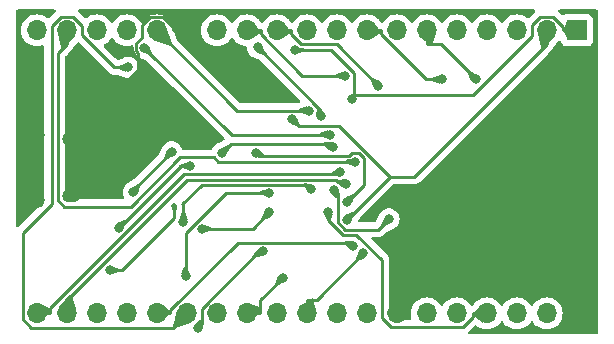
<source format=gbr>
%TF.GenerationSoftware,KiCad,Pcbnew,7.0.8*%
%TF.CreationDate,2023-12-18T21:49:31+05:30*%
%TF.ProjectId,ESP WROOM 32-Devkit V4,45535020-5752-44f4-9f4d-2033322d4465,rev?*%
%TF.SameCoordinates,Original*%
%TF.FileFunction,Copper,L2,Bot*%
%TF.FilePolarity,Positive*%
%FSLAX46Y46*%
G04 Gerber Fmt 4.6, Leading zero omitted, Abs format (unit mm)*
G04 Created by KiCad (PCBNEW 7.0.8) date 2023-12-18 21:49:31*
%MOMM*%
%LPD*%
G01*
G04 APERTURE LIST*
%TA.AperFunction,HeatsinkPad*%
%ADD10C,0.600000*%
%TD*%
%TA.AperFunction,ComponentPad*%
%ADD11O,1.700000X1.350000*%
%TD*%
%TA.AperFunction,ComponentPad*%
%ADD12O,1.500000X1.100000*%
%TD*%
%TA.AperFunction,ComponentPad*%
%ADD13R,1.700000X1.700000*%
%TD*%
%TA.AperFunction,ComponentPad*%
%ADD14O,1.700000X1.700000*%
%TD*%
%TA.AperFunction,ViaPad*%
%ADD15C,0.800000*%
%TD*%
%TA.AperFunction,ViaPad*%
%ADD16C,0.500000*%
%TD*%
%TA.AperFunction,Conductor*%
%ADD17C,0.250000*%
%TD*%
G04 APERTURE END LIST*
D10*
%TO.P,U1,39,GND*%
%TO.N,GND*%
X140602500Y-99055000D03*
X139077500Y-99055000D03*
X141365000Y-99817500D03*
X139840000Y-99817500D03*
X138315000Y-99817500D03*
X140602500Y-100580000D03*
X139077500Y-100580000D03*
X141365000Y-101342500D03*
X139840000Y-101342500D03*
X138315000Y-101342500D03*
X140602500Y-102105000D03*
X139077500Y-102105000D03*
%TD*%
D11*
%TO.P,J1,6,Shield*%
%TO.N,GND*%
X100822500Y-98600000D03*
D12*
X103822500Y-98910000D03*
X103822500Y-103750000D03*
D11*
X100822500Y-104060000D03*
%TD*%
D13*
%TO.P,J2,1,Pin_1*%
%TO.N,3V3*%
X146660000Y-89710000D03*
D14*
%TO.P,J2,2,Pin_2*%
%TO.N,EN*%
X144120000Y-89710000D03*
%TO.P,J2,3,Pin_3*%
%TO.N,VP*%
X141580000Y-89710000D03*
%TO.P,J2,4,Pin_4*%
%TO.N,VN*%
X139040000Y-89710000D03*
%TO.P,J2,5,Pin_5*%
%TO.N,IO34*%
X136500000Y-89710000D03*
%TO.P,J2,6,Pin_6*%
%TO.N,IO35*%
X133960000Y-89710000D03*
%TO.P,J2,7,Pin_7*%
%TO.N,IO32*%
X131420000Y-89710000D03*
%TO.P,J2,8,Pin_8*%
%TO.N,IO33*%
X128880000Y-89710000D03*
%TO.P,J2,9,Pin_9*%
%TO.N,IO25*%
X126340000Y-89710000D03*
%TO.P,J2,10,Pin_10*%
%TO.N,IO26*%
X123800000Y-89710000D03*
%TO.P,J2,11,Pin_11*%
%TO.N,IO27*%
X121260000Y-89710000D03*
%TO.P,J2,12,Pin_12*%
%TO.N,IO14*%
X118720000Y-89710000D03*
%TO.P,J2,13,Pin_13*%
%TO.N,IO12*%
X116180000Y-89710000D03*
%TO.P,J2,14,Pin_14*%
%TO.N,GND*%
X113640000Y-89710000D03*
%TO.P,J2,15,Pin_15*%
%TO.N,IO13*%
X111100000Y-89710000D03*
%TO.P,J2,16,Pin_16*%
%TO.N,SD2*%
X108560000Y-89710000D03*
%TO.P,J2,17,Pin_17*%
%TO.N,SD3*%
X106020000Y-89710000D03*
%TO.P,J2,18,Pin_18*%
%TO.N,CMD*%
X103480000Y-89710000D03*
%TO.P,J2,19,Pin_19*%
%TO.N,EXT_5V*%
X100940000Y-89710000D03*
%TD*%
D13*
%TO.P,J3,1,Pin_1*%
%TO.N,GND*%
X146650000Y-113680000D03*
D14*
%TO.P,J3,2,Pin_2*%
%TO.N,IO23*%
X144110000Y-113680000D03*
%TO.P,J3,3,Pin_3*%
%TO.N,IO22*%
X141570000Y-113680000D03*
%TO.P,J3,4,Pin_4*%
%TO.N,TXD0*%
X139030000Y-113680000D03*
%TO.P,J3,5,Pin_5*%
%TO.N,RXD0*%
X136490000Y-113680000D03*
%TO.P,J3,6,Pin_6*%
%TO.N,IO21*%
X133950000Y-113680000D03*
%TO.P,J3,7,Pin_7*%
%TO.N,GND*%
X131410000Y-113680000D03*
%TO.P,J3,8,Pin_8*%
%TO.N,IO19*%
X128870000Y-113680000D03*
%TO.P,J3,9,Pin_9*%
%TO.N,IO18*%
X126330000Y-113680000D03*
%TO.P,J3,10,Pin_10*%
%TO.N,IO5*%
X123790000Y-113680000D03*
%TO.P,J3,11,Pin_11*%
%TO.N,IO17*%
X121250000Y-113680000D03*
%TO.P,J3,12,Pin_12*%
%TO.N,IO16*%
X118710000Y-113680000D03*
%TO.P,J3,13,Pin_13*%
%TO.N,IO4*%
X116170000Y-113680000D03*
%TO.P,J3,14,Pin_14*%
%TO.N,IO0*%
X113630000Y-113680000D03*
%TO.P,J3,15,Pin_15*%
%TO.N,IO2*%
X111090000Y-113680000D03*
%TO.P,J3,16,Pin_16*%
%TO.N,IO15*%
X108550000Y-113680000D03*
%TO.P,J3,17,Pin_17*%
%TO.N,SD1*%
X106010000Y-113680000D03*
%TO.P,J3,18,Pin_18*%
%TO.N,SD0*%
X103470000Y-113680000D03*
%TO.P,J3,19,Pin_19*%
%TO.N,CLK*%
X100930000Y-113680000D03*
%TD*%
D15*
%TO.N,3V3*%
X113350000Y-105910000D03*
%TO.N,Net-(IC1-VBUS)*%
X114925000Y-106532000D03*
%TO.N,D+*%
X107130000Y-110010000D03*
D16*
X112594538Y-104615336D03*
D15*
%TO.N,Net-(IC1-VBUS)*%
X120604000Y-105132000D03*
%TO.N,3V3*%
X124174000Y-103145000D03*
X122764000Y-91364800D03*
X127593000Y-95504600D03*
%TO.N,IO16*%
X121759000Y-110678000D03*
%TO.N,VBUS*%
X112366000Y-100012000D03*
X109110000Y-103434000D03*
%TO.N,DTR*%
X113870000Y-101196000D03*
X107891000Y-106409000D03*
%TO.N,TXD*%
X125981000Y-99589700D03*
X116614000Y-100107000D03*
%TO.N,RXD*%
X119470000Y-100060000D03*
X127233000Y-104210000D03*
%TO.N,RTS*%
X120633000Y-103480000D03*
X113541000Y-110525000D03*
%TO.N,TXD0*%
X125610000Y-105131000D03*
%TO.N,RXD0*%
X130757000Y-105688000D03*
X126113000Y-103197000D03*
%TO.N,IO5*%
X128586000Y-108604000D03*
%TO.N,IO2*%
X127697000Y-107987000D03*
%TO.N,SD1*%
X114546000Y-114912000D03*
X120056000Y-108408000D03*
%TO.N,SD0*%
X127091000Y-102710000D03*
%TO.N,CLK*%
X126640000Y-101734000D03*
%TO.N,CMD*%
X127893000Y-100828000D03*
%TO.N,SD3*%
X110046000Y-91182300D03*
X125733000Y-98557700D03*
%TO.N,SD2*%
X119631000Y-91160200D03*
X125012000Y-96923600D03*
%TO.N,IO13*%
X123969000Y-96505300D03*
%TO.N,IO14*%
X127049000Y-93566900D03*
%TO.N,IO27*%
X129847000Y-94395900D03*
%TO.N,IO33*%
X135216000Y-93857700D03*
%TO.N,IO35*%
X138100000Y-93848000D03*
%TO.N,EN*%
X127193000Y-105752000D03*
X122583000Y-97244200D03*
%TO.N,IO0*%
X108671000Y-92853400D03*
%TO.N,GND*%
X119197000Y-93875300D03*
%TD*%
D17*
%TO.N,3V3*%
X113350000Y-104484000D02*
X113350000Y-105910000D01*
X113265000Y-104399000D02*
X113350000Y-104484000D01*
%TO.N,D+*%
X112594538Y-105585462D02*
X108170000Y-110010000D01*
X112594538Y-104615336D02*
X112594538Y-105585462D01*
X108170000Y-110010000D02*
X107130000Y-110010000D01*
%TO.N,Net-(IC1-VBUS)*%
X119204000Y-106532000D02*
X114925000Y-106532000D01*
X120604000Y-105132000D02*
X119204000Y-106532000D01*
%TO.N,3V3*%
X137857000Y-95159900D02*
X127784000Y-95159900D01*
X142850000Y-90166900D02*
X137857000Y-95159900D01*
X142850000Y-89268900D02*
X142850000Y-90166900D01*
X143571000Y-88547700D02*
X142850000Y-89268900D01*
X144630000Y-88547700D02*
X143571000Y-88547700D01*
X145503000Y-89420800D02*
X144630000Y-88547700D01*
X145503000Y-89710000D02*
X145503000Y-89420800D01*
X146660000Y-89710000D02*
X145503000Y-89710000D01*
X127784000Y-95314000D02*
X127784000Y-95159900D01*
X127593000Y-95504600D02*
X127784000Y-95314000D01*
X125850000Y-91364800D02*
X122764000Y-91364800D01*
X127784000Y-93298300D02*
X125850000Y-91364800D01*
X127784000Y-95159900D02*
X127784000Y-93298300D01*
X114890000Y-102774000D02*
X113265000Y-104399000D01*
X123803000Y-102774000D02*
X114890000Y-102774000D01*
X124174000Y-103145000D02*
X123803000Y-102774000D01*
%TO.N,IO16*%
X119867000Y-112571000D02*
X121759000Y-110678000D01*
X119867000Y-113680000D02*
X119867000Y-112571000D01*
X118710000Y-113680000D02*
X119867000Y-113680000D01*
%TO.N,VBUS*%
X109110000Y-103269000D02*
X109110000Y-103434000D01*
X112366000Y-100012000D02*
X109110000Y-103269000D01*
%TO.N,DTR*%
X113105000Y-101196000D02*
X107891000Y-106409000D01*
X113870000Y-101196000D02*
X113105000Y-101196000D01*
%TO.N,TXD*%
X125709000Y-99318100D02*
X125981000Y-99589700D01*
X117403000Y-99318100D02*
X125709000Y-99318100D01*
X116614000Y-100107000D02*
X117403000Y-99318100D01*
%TO.N,RXD*%
X128622000Y-102821000D02*
X127233000Y-104210000D01*
X128622000Y-100532000D02*
X128622000Y-102821000D01*
X128210000Y-100119000D02*
X128622000Y-100532000D01*
X127602000Y-100119000D02*
X128210000Y-100119000D01*
X127386000Y-100335000D02*
X127602000Y-100119000D01*
X119745000Y-100335000D02*
X127386000Y-100335000D01*
X119470000Y-100060000D02*
X119745000Y-100335000D01*
%TO.N,RTS*%
X113541000Y-106886000D02*
X113541000Y-110525000D01*
X116947000Y-103480000D02*
X113541000Y-106886000D01*
X120633000Y-103480000D02*
X116947000Y-103480000D01*
%TO.N,TXD0*%
X137873000Y-113680000D02*
X139030000Y-113680000D01*
X137873000Y-113969000D02*
X137873000Y-113680000D01*
X136998000Y-114844000D02*
X137873000Y-113969000D01*
X130917000Y-114844000D02*
X136998000Y-114844000D01*
X130140000Y-114067000D02*
X130917000Y-114844000D01*
X130140000Y-109159000D02*
X130140000Y-114067000D01*
X127997000Y-107016000D02*
X130140000Y-109159000D01*
X126846000Y-107016000D02*
X127997000Y-107016000D01*
X125610000Y-105780000D02*
X126846000Y-107016000D01*
X125610000Y-105131000D02*
X125610000Y-105780000D01*
%TO.N,RXD0*%
X126402000Y-103486000D02*
X126113000Y-103197000D01*
X126402000Y-105961000D02*
X126402000Y-103486000D01*
X127024000Y-106584000D02*
X126402000Y-105961000D01*
X129861000Y-106584000D02*
X127024000Y-106584000D01*
X130757000Y-105688000D02*
X129861000Y-106584000D01*
%TO.N,IO5*%
X124667000Y-112523000D02*
X128586000Y-108604000D01*
X123790000Y-112523000D02*
X124667000Y-112523000D01*
X123790000Y-113680000D02*
X123790000Y-112523000D01*
%TO.N,IO2*%
X127405000Y-107695000D02*
X127697000Y-107987000D01*
X117943000Y-107695000D02*
X127405000Y-107695000D01*
X112247000Y-113391000D02*
X117943000Y-107695000D01*
X112247000Y-113680000D02*
X112247000Y-113391000D01*
X111090000Y-113680000D02*
X112247000Y-113680000D01*
%TO.N,SD1*%
X119760000Y-108408000D02*
X120056000Y-108408000D01*
X114900000Y-113267000D02*
X119760000Y-108408000D01*
X114900000Y-114559000D02*
X114900000Y-113267000D01*
X114546000Y-114912000D02*
X114900000Y-114559000D01*
%TO.N,SD0*%
X103470000Y-112523000D02*
X103470000Y-113680000D01*
X113651000Y-102342000D02*
X103470000Y-112523000D01*
X126248000Y-102342000D02*
X113651000Y-102342000D01*
X126396000Y-102490000D02*
X126248000Y-102342000D01*
X126871000Y-102490000D02*
X126396000Y-102490000D01*
X127091000Y-102710000D02*
X126871000Y-102490000D01*
%TO.N,CLK*%
X126472000Y-101902000D02*
X126640000Y-101734000D01*
X113431000Y-101902000D02*
X126472000Y-101902000D01*
X102087000Y-113246000D02*
X113431000Y-101902000D01*
X102087000Y-113680000D02*
X102087000Y-113246000D01*
X100930000Y-113680000D02*
X102087000Y-113680000D01*
%TO.N,CMD*%
X116318000Y-100828000D02*
X127893000Y-100828000D01*
X115954000Y-100464000D02*
X116318000Y-100828000D01*
X113080000Y-100464000D02*
X115954000Y-100464000D01*
X108905000Y-104639000D02*
X113080000Y-100464000D01*
X103245000Y-104639000D02*
X108905000Y-104639000D01*
X102719000Y-104113000D02*
X103245000Y-104639000D01*
X102719000Y-91627500D02*
X102719000Y-104113000D01*
X103480000Y-90866900D02*
X102719000Y-91627500D01*
X103480000Y-89710000D02*
X103480000Y-90866900D01*
%TO.N,SD3*%
X117422000Y-98557700D02*
X125733000Y-98557700D01*
X110046000Y-91182300D02*
X117422000Y-98557700D01*
%TO.N,SD2*%
X125012000Y-96541500D02*
X119631000Y-91160200D01*
X125012000Y-96923600D02*
X125012000Y-96541500D01*
%TO.N,IO13*%
X117895000Y-96505300D02*
X111100000Y-89710000D01*
X123969000Y-96505300D02*
X117895000Y-96505300D01*
%TO.N,IO14*%
X123418000Y-93566900D02*
X127049000Y-93566900D01*
X119877000Y-90025800D02*
X123418000Y-93566900D01*
X119877000Y-89710000D02*
X119877000Y-90025800D01*
X118720000Y-89710000D02*
X119877000Y-89710000D01*
%TO.N,IO27*%
X122417000Y-89710000D02*
X121260000Y-89710000D01*
X122417000Y-89999300D02*
X122417000Y-89710000D01*
X123321000Y-90903100D02*
X122417000Y-89999300D01*
X126354000Y-90903100D02*
X123321000Y-90903100D01*
X129847000Y-94395900D02*
X126354000Y-90903100D01*
%TO.N,IO33*%
X133895000Y-93857700D02*
X135216000Y-93857700D01*
X130037000Y-89999200D02*
X133895000Y-93857700D01*
X130037000Y-89710000D02*
X130037000Y-89999200D01*
X128880000Y-89710000D02*
X130037000Y-89710000D01*
%TO.N,IO35*%
X135118000Y-90866900D02*
X138100000Y-93848000D01*
X133960000Y-90866900D02*
X135118000Y-90866900D01*
X133960000Y-89710000D02*
X133960000Y-90866900D01*
%TO.N,EN*%
X123134000Y-97795800D02*
X122583000Y-97244200D01*
X126524000Y-97795800D02*
X123134000Y-97795800D01*
X130837000Y-102109000D02*
X126524000Y-97795800D01*
X132878000Y-102109000D02*
X130837000Y-102109000D01*
X144120000Y-90866900D02*
X132878000Y-102109000D01*
X144120000Y-89710000D02*
X144120000Y-90866900D01*
X130837000Y-102109000D02*
X127193000Y-105752000D01*
%TO.N,IO0*%
X107506000Y-92853400D02*
X108671000Y-92853400D01*
X104750000Y-90097300D02*
X107506000Y-92853400D01*
X104750000Y-89329100D02*
X104750000Y-90097300D01*
X103974000Y-88553100D02*
X104750000Y-89329100D01*
X102996000Y-88553100D02*
X103974000Y-88553100D01*
X102210000Y-89339100D02*
X102996000Y-88553100D01*
X102210000Y-104375000D02*
X102210000Y-89339100D01*
X99742400Y-106842000D02*
X102210000Y-104375000D01*
X99742400Y-114188000D02*
X99742400Y-106842000D01*
X100434000Y-114880000D02*
X99742400Y-114188000D01*
X112430000Y-114880000D02*
X100434000Y-114880000D01*
X113630000Y-113680000D02*
X112430000Y-114880000D01*
%TO.N,GND*%
X139840000Y-99817500D02*
X139078000Y-100580000D01*
X138315000Y-105618000D02*
X138315000Y-102105000D01*
X131410000Y-112523000D02*
X138315000Y-105618000D01*
X131410000Y-113680000D02*
X131410000Y-112523000D01*
X117227000Y-93875300D02*
X119197000Y-93875300D01*
X113062000Y-89710000D02*
X117227000Y-93875300D01*
X113640000Y-89710000D02*
X113062000Y-89710000D01*
X141365000Y-107238000D02*
X141365000Y-101342500D01*
X146650000Y-112523000D02*
X141365000Y-107238000D01*
X146650000Y-113680000D02*
X146650000Y-112523000D01*
X139078000Y-100580000D02*
X138315000Y-99817500D01*
X138315000Y-102105000D02*
X138315000Y-101342500D01*
X138315000Y-102105000D02*
X139077500Y-102105000D01*
X139077500Y-100580000D02*
X139077700Y-100580200D01*
X138315000Y-101342000D02*
X139077700Y-100580200D01*
X138315000Y-101342500D02*
X138315000Y-101342000D01*
X139077700Y-100580200D02*
X139078000Y-100580000D01*
X140602500Y-102104500D02*
X140602000Y-102105000D01*
X141365000Y-101342000D02*
X140602500Y-102104500D01*
X141365000Y-101342500D02*
X141365000Y-101342000D01*
X140602500Y-102104500D02*
X140602500Y-102105000D01*
X140907200Y-100275000D02*
X140602000Y-100580000D01*
X140602500Y-100579700D02*
X140602500Y-100580000D01*
X140907200Y-100275000D02*
X140602500Y-100579700D01*
X141365000Y-99817500D02*
X140907200Y-100275000D01*
X139840000Y-101342500D02*
X139839800Y-101342300D01*
X139078000Y-102105000D02*
X139839800Y-101342300D01*
X139077500Y-102105000D02*
X139078000Y-102105000D01*
X139839800Y-101342300D02*
X139840000Y-101342000D01*
X103822500Y-103750000D02*
X103822000Y-103750000D01*
X103822000Y-98053100D02*
X103822000Y-100901500D01*
X104471000Y-98053100D02*
X103822000Y-98053100D01*
X109485000Y-93039300D02*
X104471000Y-98053100D01*
X109485000Y-91620000D02*
X109485000Y-93039300D01*
X109340000Y-91475000D02*
X109485000Y-91620000D01*
X109340000Y-90819300D02*
X109340000Y-91475000D01*
X109830000Y-90328900D02*
X109340000Y-90819300D01*
X109830000Y-89268900D02*
X109830000Y-90328900D01*
X110551000Y-88547700D02*
X109830000Y-89268900D01*
X111610000Y-88547700D02*
X110551000Y-88547700D01*
X112483000Y-89420800D02*
X111610000Y-88547700D01*
X112483000Y-89710000D02*
X112483000Y-89420800D01*
X113062000Y-89710000D02*
X112483000Y-89710000D01*
X103822000Y-100901500D02*
X103822000Y-103750000D01*
X103822500Y-100901000D02*
X103822500Y-98910000D01*
X103822000Y-100901500D02*
X103822500Y-100901000D01*
X139077500Y-99055000D02*
X139077700Y-99055200D01*
X139078000Y-99055000D02*
X139077700Y-99055200D01*
X139077700Y-99055200D02*
X138315000Y-99817500D01*
%TD*%
%TA.AperFunction,Conductor*%
%TO.N,3V3*%
G36*
X113475188Y-105113427D02*
G01*
X113477859Y-105117563D01*
X113715551Y-105746344D01*
X113715271Y-105755294D01*
X113709109Y-105761280D01*
X113354502Y-105909123D01*
X113345548Y-105909144D01*
X113345498Y-105909123D01*
X112990890Y-105761280D01*
X112984572Y-105754933D01*
X112984448Y-105746345D01*
X113222141Y-105117562D01*
X113228272Y-105111036D01*
X113233085Y-105110000D01*
X113466915Y-105110000D01*
X113475188Y-105113427D01*
G37*
%TD.AperFunction*%
%TD*%
%TA.AperFunction,Conductor*%
%TO.N,D+*%
G36*
X112816129Y-104707081D02*
G01*
X112822438Y-104713437D01*
X112822930Y-104720840D01*
X112721827Y-105106602D01*
X112716414Y-105113736D01*
X112710509Y-105115336D01*
X112478567Y-105115336D01*
X112470294Y-105111909D01*
X112467249Y-105106602D01*
X112366145Y-104720840D01*
X112367363Y-104711969D01*
X112372944Y-104707082D01*
X112590022Y-104616225D01*
X112598975Y-104616193D01*
X112816129Y-104707081D01*
G37*
%TD.AperFunction*%
%TD*%
%TA.AperFunction,Conductor*%
%TO.N,D+*%
G36*
X107310696Y-109650890D02*
G01*
X107922437Y-109882141D01*
X107928964Y-109888272D01*
X107930000Y-109893085D01*
X107930000Y-110126914D01*
X107926573Y-110135187D01*
X107922437Y-110137858D01*
X107293655Y-110375551D01*
X107284705Y-110375271D01*
X107278719Y-110369109D01*
X107182306Y-110137858D01*
X107130875Y-110014499D01*
X107130855Y-110005550D01*
X107278719Y-109650889D01*
X107285066Y-109644572D01*
X107293654Y-109644448D01*
X107310696Y-109650890D01*
G37*
%TD.AperFunction*%
%TD*%
%TA.AperFunction,Conductor*%
%TO.N,Net-(IC1-VBUS)*%
G36*
X115105696Y-106172890D02*
G01*
X115717437Y-106404141D01*
X115723964Y-106410272D01*
X115725000Y-106415085D01*
X115725000Y-106648914D01*
X115721573Y-106657187D01*
X115717437Y-106659858D01*
X115088655Y-106897551D01*
X115079705Y-106897271D01*
X115073719Y-106891109D01*
X114977306Y-106659858D01*
X114925875Y-106536499D01*
X114925855Y-106527550D01*
X115073719Y-106172889D01*
X115080066Y-106166572D01*
X115088654Y-106166448D01*
X115105696Y-106172890D01*
G37*
%TD.AperFunction*%
%TD*%
%TA.AperFunction,Conductor*%
%TO.N,Net-(IC1-VBUS)*%
G36*
X120244909Y-104983232D02*
G01*
X120387763Y-105042018D01*
X120600195Y-105129436D01*
X120606542Y-105135754D01*
X120606563Y-105135804D01*
X120752767Y-105491090D01*
X120752746Y-105500044D01*
X120746760Y-105506206D01*
X120134071Y-105782747D01*
X120125121Y-105783027D01*
X120120985Y-105780356D01*
X119955643Y-105615014D01*
X119952216Y-105606741D01*
X119953252Y-105601928D01*
X119999238Y-105500044D01*
X120229794Y-104989238D01*
X120236320Y-104983108D01*
X120244909Y-104983232D01*
G37*
%TD.AperFunction*%
%TD*%
%TA.AperFunction,Conductor*%
%TO.N,3V3*%
G36*
X145823507Y-88873523D02*
G01*
X146650653Y-89701642D01*
X146654075Y-89709917D01*
X146650643Y-89718188D01*
X146649572Y-89719135D01*
X145821718Y-90364988D01*
X145813087Y-90367375D01*
X145805296Y-90362960D01*
X145803867Y-90360597D01*
X145385489Y-89437328D01*
X145385197Y-89428379D01*
X145391318Y-89421843D01*
X145396147Y-89420800D01*
X145627999Y-89420800D01*
X145628000Y-89420800D01*
X145804100Y-88878178D01*
X145809914Y-88871368D01*
X145818841Y-88870662D01*
X145823507Y-88873523D01*
G37*
%TD.AperFunction*%
%TD*%
%TA.AperFunction,Conductor*%
%TO.N,3V3*%
G36*
X123017639Y-91033264D02*
G01*
X123021769Y-91035930D01*
X123027472Y-91041632D01*
X123068397Y-91082548D01*
X123070598Y-91085606D01*
X123072982Y-91090393D01*
X123072983Y-91090394D01*
X123109903Y-91124051D01*
X123110073Y-91124214D01*
X123125023Y-91139161D01*
X123130535Y-91142936D01*
X123131172Y-91143440D01*
X123157386Y-91167339D01*
X123157387Y-91167339D01*
X123157389Y-91167341D01*
X123176343Y-91174684D01*
X123178722Y-91175937D01*
X123195496Y-91187425D01*
X123218809Y-91192905D01*
X123230035Y-91195544D01*
X123230810Y-91195784D01*
X123263891Y-91208600D01*
X123263892Y-91208600D01*
X123284215Y-91208600D01*
X123286891Y-91208909D01*
X123306681Y-91213562D01*
X123337034Y-91209324D01*
X123341824Y-91208656D01*
X123342634Y-91208600D01*
X123479328Y-91208600D01*
X123483465Y-91209356D01*
X123556437Y-91236941D01*
X123562964Y-91243072D01*
X123564000Y-91247885D01*
X123564000Y-91481714D01*
X123560573Y-91489987D01*
X123556437Y-91492658D01*
X122927655Y-91730351D01*
X122918705Y-91730071D01*
X122912719Y-91723909D01*
X122816306Y-91492658D01*
X122764875Y-91369299D01*
X122764855Y-91360350D01*
X122912719Y-91005689D01*
X122919066Y-90999372D01*
X122927654Y-90999248D01*
X123017639Y-91033264D01*
G37*
%TD.AperFunction*%
%TD*%
%TA.AperFunction,Conductor*%
%TO.N,3V3*%
G36*
X123541089Y-102650992D02*
G01*
X124164044Y-102743521D01*
X124171724Y-102748126D01*
X124174025Y-102755065D01*
X124174987Y-103140124D01*
X124171581Y-103148405D01*
X124171546Y-103148441D01*
X123901103Y-103417931D01*
X123892823Y-103421343D01*
X123884556Y-103417902D01*
X123883205Y-103416274D01*
X123529730Y-102901994D01*
X123527672Y-102895367D01*
X123527672Y-102662566D01*
X123531099Y-102654293D01*
X123539372Y-102650866D01*
X123541089Y-102650992D01*
G37*
%TD.AperFunction*%
%TD*%
%TA.AperFunction,Conductor*%
%TO.N,IO16*%
G36*
X121399911Y-110529232D02*
G01*
X121755194Y-110675436D01*
X121761541Y-110681754D01*
X121761562Y-110681804D01*
X121907768Y-111037092D01*
X121907747Y-111046046D01*
X121901764Y-111052207D01*
X121289259Y-111328857D01*
X121280309Y-111329139D01*
X121276172Y-111326469D01*
X121110786Y-111161170D01*
X121107357Y-111152898D01*
X121108392Y-111148085D01*
X121153734Y-111047552D01*
X121384795Y-110535242D01*
X121391320Y-110529110D01*
X121399911Y-110529232D01*
G37*
%TD.AperFunction*%
%TD*%
%TA.AperFunction,Conductor*%
%TO.N,IO16*%
G36*
X119742000Y-113137000D02*
G01*
X119971827Y-113137000D01*
X119980100Y-113140427D01*
X119983527Y-113148700D01*
X119981983Y-113154510D01*
X119500407Y-113996348D01*
X119493324Y-114001827D01*
X119485785Y-114001352D01*
X118720820Y-113685468D01*
X118714481Y-113679143D01*
X118714472Y-113670189D01*
X119031077Y-112904862D01*
X119037406Y-112898529D01*
X119045682Y-112898268D01*
X119742000Y-113137000D01*
G37*
%TD.AperFunction*%
%TD*%
%TA.AperFunction,Conductor*%
%TO.N,VBUS*%
G36*
X112006909Y-99863231D02*
G01*
X112362194Y-100009436D01*
X112368541Y-100015754D01*
X112368562Y-100015804D01*
X112514768Y-100371092D01*
X112514747Y-100380046D01*
X112508763Y-100386207D01*
X111896180Y-100662810D01*
X111887230Y-100663092D01*
X111883093Y-100660421D01*
X111717724Y-100495103D01*
X111714297Y-100486833D01*
X111715331Y-100482023D01*
X111991796Y-99869238D01*
X111998320Y-99863109D01*
X112006909Y-99863231D01*
G37*
%TD.AperFunction*%
%TD*%
%TA.AperFunction,Conductor*%
%TO.N,VBUS*%
G36*
X109495044Y-102720530D02*
G01*
X109600119Y-102825573D01*
X109660329Y-102885765D01*
X109663757Y-102894037D01*
X109663363Y-102897051D01*
X109482983Y-103574192D01*
X109477542Y-103581304D01*
X109468665Y-103582486D01*
X109467225Y-103582000D01*
X109113805Y-103436563D01*
X109107458Y-103430245D01*
X109107437Y-103430195D01*
X108960593Y-103073357D01*
X108960614Y-103064403D01*
X108964967Y-103059141D01*
X109480332Y-102719040D01*
X109489122Y-102717344D01*
X109495044Y-102720530D01*
G37*
%TD.AperFunction*%
%TD*%
%TA.AperFunction,Conductor*%
%TO.N,DTR*%
G36*
X108374071Y-105760696D02*
G01*
X108539397Y-105926054D01*
X108542823Y-105934327D01*
X108541787Y-105939140D01*
X108265207Y-106551762D01*
X108258679Y-106557893D01*
X108250091Y-106557768D01*
X107894804Y-106411563D01*
X107888457Y-106405245D01*
X107888436Y-106405195D01*
X107742232Y-106049909D01*
X107742253Y-106040957D01*
X107748239Y-106034794D01*
X108360985Y-105758302D01*
X108369935Y-105758024D01*
X108374071Y-105760696D01*
G37*
%TD.AperFunction*%
%TD*%
%TA.AperFunction,Conductor*%
%TO.N,DTR*%
G36*
X113721429Y-100837247D02*
G01*
X113721448Y-100837293D01*
X113868833Y-101190799D01*
X113868854Y-101199753D01*
X113868839Y-101199789D01*
X113721615Y-101554263D01*
X113715277Y-101560589D01*
X113706322Y-101560580D01*
X113705854Y-101560373D01*
X113170491Y-101310014D01*
X113167173Y-101307688D01*
X113004160Y-101144643D01*
X113000735Y-101136371D01*
X113004163Y-101128098D01*
X113007885Y-101125593D01*
X113706102Y-100831014D01*
X113715056Y-100830957D01*
X113721429Y-100837247D01*
G37*
%TD.AperFunction*%
%TD*%
%TA.AperFunction,Conductor*%
%TO.N,TXD*%
G36*
X125977561Y-99193143D02*
G01*
X125981029Y-99201399D01*
X125981029Y-99201428D01*
X125981987Y-99584824D01*
X125978581Y-99593105D01*
X125978546Y-99593141D01*
X125706650Y-99864079D01*
X125698370Y-99867491D01*
X125690103Y-99864050D01*
X125689904Y-99863845D01*
X125293858Y-99446485D01*
X125290645Y-99438431D01*
X125290645Y-99204742D01*
X125294072Y-99196469D01*
X125302285Y-99193042D01*
X125969272Y-99189757D01*
X125977561Y-99193143D01*
G37*
%TD.AperFunction*%
%TD*%
%TA.AperFunction,Conductor*%
%TO.N,TXD*%
G36*
X117097051Y-99458677D02*
G01*
X117262383Y-99624030D01*
X117265809Y-99632304D01*
X117264773Y-99637117D01*
X116988206Y-100249762D01*
X116981678Y-100255892D01*
X116973090Y-100255768D01*
X116824340Y-100194555D01*
X116617804Y-100109563D01*
X116611457Y-100103245D01*
X116611436Y-100103195D01*
X116465232Y-99747910D01*
X116465253Y-99738956D01*
X116471238Y-99732794D01*
X117083964Y-99456285D01*
X117092915Y-99456006D01*
X117097051Y-99458677D01*
G37*
%TD.AperFunction*%
%TD*%
%TA.AperFunction,Conductor*%
%TO.N,RXD*%
G36*
X127716014Y-103561643D02*
G01*
X127881356Y-103726985D01*
X127884783Y-103735258D01*
X127883747Y-103740071D01*
X127607206Y-104352760D01*
X127600679Y-104358891D01*
X127592090Y-104358767D01*
X127236804Y-104212563D01*
X127230457Y-104206245D01*
X127230436Y-104206195D01*
X127084232Y-103850909D01*
X127084253Y-103841955D01*
X127090237Y-103835794D01*
X127702928Y-103559251D01*
X127711878Y-103558972D01*
X127716014Y-103561643D01*
G37*
%TD.AperFunction*%
%TD*%
%TA.AperFunction,Conductor*%
%TO.N,RXD*%
G36*
X119760839Y-99785705D02*
G01*
X119761092Y-99785968D01*
X120154924Y-100206626D01*
X120158083Y-100214621D01*
X120158083Y-100448300D01*
X120154656Y-100456573D01*
X120146383Y-100460000D01*
X119481671Y-100460000D01*
X119473398Y-100456573D01*
X119469971Y-100448329D01*
X119469012Y-100064875D01*
X119472418Y-100056594D01*
X119744295Y-99785674D01*
X119752572Y-99782264D01*
X119760839Y-99785705D01*
G37*
%TD.AperFunction*%
%TD*%
%TA.AperFunction,Conductor*%
%TO.N,RTS*%
G36*
X113666188Y-109728427D02*
G01*
X113668859Y-109732563D01*
X113906551Y-110361344D01*
X113906271Y-110370294D01*
X113900109Y-110376280D01*
X113545502Y-110524123D01*
X113536548Y-110524144D01*
X113536498Y-110524123D01*
X113181890Y-110376280D01*
X113175572Y-110369933D01*
X113175448Y-110361345D01*
X113413141Y-109732562D01*
X113419272Y-109726036D01*
X113424085Y-109725000D01*
X113657915Y-109725000D01*
X113666188Y-109728427D01*
G37*
%TD.AperFunction*%
%TD*%
%TA.AperFunction,Conductor*%
%TO.N,RTS*%
G36*
X120478294Y-103114728D02*
G01*
X120484280Y-103120890D01*
X120632123Y-103475498D01*
X120632144Y-103484452D01*
X120632123Y-103484502D01*
X120484280Y-103839109D01*
X120477933Y-103845427D01*
X120469344Y-103845551D01*
X119840563Y-103607858D01*
X119834036Y-103601727D01*
X119833000Y-103596914D01*
X119833000Y-103363085D01*
X119836427Y-103354812D01*
X119840563Y-103352141D01*
X120469345Y-103114448D01*
X120478294Y-103114728D01*
G37*
%TD.AperFunction*%
%TD*%
%TA.AperFunction,Conductor*%
%TO.N,TXD0*%
G36*
X138437248Y-113087377D02*
G01*
X138438405Y-113088389D01*
X139024465Y-113673474D01*
X139027899Y-113681744D01*
X139027010Y-113686227D01*
X138710301Y-114451802D01*
X138703972Y-114458136D01*
X138695017Y-114458140D01*
X138692766Y-114456904D01*
X137998000Y-113969000D01*
X137771683Y-113969000D01*
X137763410Y-113965573D01*
X137759983Y-113957300D01*
X137762391Y-113950191D01*
X137974103Y-113673474D01*
X138420849Y-113089558D01*
X138428595Y-113085071D01*
X138437248Y-113087377D01*
G37*
%TD.AperFunction*%
%TD*%
%TA.AperFunction,Conductor*%
%TO.N,TXD0*%
G36*
X125969445Y-105279875D02*
G01*
X125975771Y-105286213D01*
X125976037Y-105294437D01*
X125806037Y-105795798D01*
X125803230Y-105800314D01*
X125639301Y-105964243D01*
X125631028Y-105967670D01*
X125622755Y-105964243D01*
X125620826Y-105961697D01*
X125246884Y-105295539D01*
X125245822Y-105286647D01*
X125251359Y-105279610D01*
X125252580Y-105279014D01*
X125604800Y-105132165D01*
X125613752Y-105132145D01*
X125969445Y-105279875D01*
G37*
%TD.AperFunction*%
%TD*%
%TA.AperFunction,Conductor*%
%TO.N,RXD0*%
G36*
X126501567Y-103196971D02*
G01*
X126509831Y-103200419D01*
X126513235Y-103208430D01*
X126526754Y-103865352D01*
X126523498Y-103873694D01*
X126515297Y-103877291D01*
X126515056Y-103877293D01*
X126281450Y-103877293D01*
X126273674Y-103874335D01*
X126272953Y-103873694D01*
X125839409Y-103488072D01*
X125835505Y-103480013D01*
X125838443Y-103471554D01*
X125838878Y-103471090D01*
X126109559Y-103199452D01*
X126117824Y-103196012D01*
X126501567Y-103196971D01*
G37*
%TD.AperFunction*%
%TD*%
%TA.AperFunction,Conductor*%
%TO.N,RXD0*%
G36*
X130397909Y-105539232D02*
G01*
X130540763Y-105598018D01*
X130753195Y-105685436D01*
X130759542Y-105691754D01*
X130759563Y-105691804D01*
X130905767Y-106047090D01*
X130905746Y-106056044D01*
X130899760Y-106062206D01*
X130287071Y-106338747D01*
X130278121Y-106339027D01*
X130273985Y-106336356D01*
X130108643Y-106171014D01*
X130105216Y-106162741D01*
X130106252Y-106157928D01*
X130152238Y-106056044D01*
X130382794Y-105545238D01*
X130389320Y-105539108D01*
X130397909Y-105539232D01*
G37*
%TD.AperFunction*%
%TD*%
%TA.AperFunction,Conductor*%
%TO.N,IO5*%
G36*
X128226909Y-108455232D02*
G01*
X128369763Y-108514018D01*
X128582195Y-108601436D01*
X128588542Y-108607754D01*
X128588563Y-108607804D01*
X128734767Y-108963090D01*
X128734746Y-108972044D01*
X128728760Y-108978206D01*
X128116071Y-109254747D01*
X128107121Y-109255027D01*
X128102985Y-109252356D01*
X127937643Y-109087014D01*
X127934216Y-109078741D01*
X127935252Y-109073928D01*
X127981238Y-108972044D01*
X128211794Y-108461238D01*
X128218320Y-108455108D01*
X128226909Y-108455232D01*
G37*
%TD.AperFunction*%
%TD*%
%TA.AperFunction,Conductor*%
%TO.N,IO5*%
G36*
X124331456Y-112412362D02*
G01*
X124333000Y-112418172D01*
X124333000Y-112647999D01*
X124571731Y-113344316D01*
X124571172Y-113353254D01*
X124565136Y-113358922D01*
X123799818Y-113675524D01*
X123790863Y-113675520D01*
X123784534Y-113669186D01*
X123468647Y-112904214D01*
X123468656Y-112895259D01*
X123473650Y-112889592D01*
X124315491Y-112408015D01*
X124324373Y-112406883D01*
X124331456Y-112412362D01*
G37*
%TD.AperFunction*%
%TD*%
%TA.AperFunction,Conductor*%
%TO.N,IO2*%
G36*
X127029920Y-107570299D02*
G01*
X127685621Y-107586715D01*
X127693806Y-107590347D01*
X127697028Y-107598382D01*
X127697987Y-107982124D01*
X127694581Y-107990405D01*
X127694546Y-107990441D01*
X127422971Y-108261059D01*
X127414691Y-108264471D01*
X127406424Y-108261030D01*
X127405932Y-108260504D01*
X127020869Y-107823315D01*
X127017949Y-107815582D01*
X127017949Y-107581996D01*
X127021376Y-107573723D01*
X127029649Y-107570296D01*
X127029920Y-107570299D01*
G37*
%TD.AperFunction*%
%TD*%
%TA.AperFunction,Conductor*%
%TO.N,IO2*%
G36*
X111427230Y-112903093D02*
G01*
X112122000Y-113391000D01*
X112348317Y-113391000D01*
X112356590Y-113394427D01*
X112360017Y-113402700D01*
X112357609Y-113409809D01*
X111699152Y-114270439D01*
X111691404Y-114274928D01*
X111682751Y-114272622D01*
X111681594Y-114271610D01*
X111095534Y-113686525D01*
X111092100Y-113678255D01*
X111092987Y-113673777D01*
X111409698Y-112908196D01*
X111416027Y-112901863D01*
X111424982Y-112901859D01*
X111427230Y-112903093D01*
G37*
%TD.AperFunction*%
%TD*%
%TA.AperFunction,Conductor*%
%TO.N,SD1*%
G36*
X119781453Y-108133474D02*
G01*
X119782204Y-108134159D01*
X120053250Y-108403853D01*
X120056698Y-108412118D01*
X120056698Y-108412168D01*
X120056018Y-108797434D01*
X120052577Y-108805701D01*
X120045487Y-108809055D01*
X119484279Y-108865386D01*
X119475704Y-108862802D01*
X119474836Y-108862016D01*
X119309563Y-108696710D01*
X119306137Y-108688437D01*
X119308857Y-108680938D01*
X119764975Y-108134950D01*
X119772907Y-108130800D01*
X119781453Y-108133474D01*
G37*
%TD.AperFunction*%
%TD*%
%TA.AperFunction,Conductor*%
%TO.N,SD1*%
G36*
X115020072Y-114262464D02*
G01*
X115023499Y-114270737D01*
X115023414Y-114272142D01*
X114947242Y-114901730D01*
X114942847Y-114909532D01*
X114935656Y-114912025D01*
X114550875Y-114912987D01*
X114542594Y-114909581D01*
X114542558Y-114909546D01*
X114272831Y-114638865D01*
X114269419Y-114630585D01*
X114272860Y-114622318D01*
X114274254Y-114621132D01*
X114771931Y-114261255D01*
X114778787Y-114259037D01*
X115011799Y-114259037D01*
X115020072Y-114262464D01*
G37*
%TD.AperFunction*%
%TD*%
%TA.AperFunction,Conductor*%
%TO.N,SD0*%
G36*
X103773844Y-112058965D02*
G01*
X103774428Y-112059511D01*
X103940169Y-112225252D01*
X103943170Y-112230395D01*
X104252529Y-113344747D01*
X104251440Y-113353636D01*
X104245737Y-113358684D01*
X103476526Y-113677706D01*
X103467571Y-113677710D01*
X103463761Y-113675162D01*
X102876667Y-113086685D01*
X102873250Y-113078408D01*
X102876131Y-113070733D01*
X103757338Y-112060093D01*
X103765356Y-112056111D01*
X103773844Y-112058965D01*
G37*
%TD.AperFunction*%
%TD*%
%TA.AperFunction,Conductor*%
%TO.N,SD0*%
G36*
X127086621Y-102313940D02*
G01*
X127090950Y-102321779D01*
X127091023Y-102323064D01*
X127091698Y-102705831D01*
X127088286Y-102714111D01*
X127088250Y-102714146D01*
X126815719Y-102985318D01*
X126807438Y-102988724D01*
X126799968Y-102986005D01*
X126474331Y-102714111D01*
X126296340Y-102565495D01*
X126292187Y-102557563D01*
X126294859Y-102549016D01*
X126295556Y-102548253D01*
X126460397Y-102383412D01*
X126467360Y-102380060D01*
X127078018Y-102311458D01*
X127086621Y-102313940D01*
G37*
%TD.AperFunction*%
%TD*%
%TA.AperFunction,Conductor*%
%TO.N,CLK*%
G36*
X126364019Y-101457995D02*
G01*
X126637546Y-101730558D01*
X126640987Y-101738825D01*
X126640987Y-101738875D01*
X126640033Y-102120569D01*
X126636585Y-102128834D01*
X126628304Y-102132240D01*
X126626701Y-102132126D01*
X126447506Y-102106883D01*
X126442527Y-102104950D01*
X126440783Y-102103756D01*
X126438473Y-102102172D01*
X126437838Y-102101669D01*
X126411614Y-102077761D01*
X126411611Y-102077759D01*
X126392673Y-102070422D01*
X126390288Y-102069165D01*
X126373535Y-102057689D01*
X126373534Y-102057688D01*
X126338982Y-102049562D01*
X126338208Y-102049322D01*
X126305109Y-102036500D01*
X126305108Y-102036500D01*
X126284800Y-102036500D01*
X126282122Y-102036189D01*
X126262352Y-102031539D01*
X126229109Y-102036177D01*
X126227195Y-102036444D01*
X126226388Y-102036500D01*
X125948274Y-102036500D01*
X125947457Y-102036443D01*
X125890490Y-102028418D01*
X125882776Y-102023870D01*
X125880422Y-102016832D01*
X125880422Y-101783174D01*
X125883849Y-101774901D01*
X125885516Y-101773518D01*
X126349158Y-101456623D01*
X126357922Y-101454784D01*
X126364019Y-101457995D01*
G37*
%TD.AperFunction*%
%TD*%
%TA.AperFunction,Conductor*%
%TO.N,CLK*%
G36*
X101266501Y-112900279D02*
G01*
X101962000Y-113246000D01*
X102190365Y-113246000D01*
X102198638Y-113249427D01*
X102202065Y-113257700D01*
X102200156Y-113264105D01*
X101720601Y-113997174D01*
X101713204Y-114002221D01*
X101706344Y-114001583D01*
X100940820Y-113685468D01*
X100934481Y-113679143D01*
X100934472Y-113670189D01*
X101250489Y-112906284D01*
X101256817Y-112899952D01*
X101265772Y-112899948D01*
X101266501Y-112900279D01*
G37*
%TD.AperFunction*%
%TD*%
%TA.AperFunction,Conductor*%
%TO.N,CMD*%
G36*
X127738294Y-100462728D02*
G01*
X127744280Y-100468890D01*
X127892123Y-100823498D01*
X127892144Y-100832452D01*
X127892123Y-100832502D01*
X127744280Y-101187109D01*
X127737933Y-101193427D01*
X127729344Y-101193551D01*
X127100563Y-100955858D01*
X127094036Y-100949727D01*
X127093000Y-100944914D01*
X127093000Y-100711085D01*
X127096427Y-100702812D01*
X127100563Y-100700141D01*
X127256335Y-100641256D01*
X127260472Y-100640500D01*
X127334260Y-100640500D01*
X127337977Y-100641106D01*
X127343062Y-100642811D01*
X127384204Y-100640909D01*
X127392932Y-100640506D01*
X127393202Y-100640500D01*
X127414309Y-100640500D01*
X127414310Y-100640500D01*
X127420891Y-100639268D01*
X127421692Y-100639175D01*
X127457156Y-100637537D01*
X127475741Y-100629329D01*
X127478303Y-100628536D01*
X127498271Y-100624805D01*
X127528462Y-100606110D01*
X127529155Y-100605745D01*
X127561640Y-100591403D01*
X127576003Y-100577038D01*
X127578113Y-100575368D01*
X127595379Y-100564678D01*
X127616771Y-100536350D01*
X127617296Y-100535745D01*
X127665265Y-100487776D01*
X127669391Y-100485111D01*
X127729345Y-100462448D01*
X127738294Y-100462728D01*
G37*
%TD.AperFunction*%
%TD*%
%TA.AperFunction,Conductor*%
%TO.N,CMD*%
G36*
X103486238Y-89714838D02*
G01*
X104073331Y-90303313D01*
X104076748Y-90311590D01*
X104073865Y-90319267D01*
X103192470Y-91329798D01*
X103184450Y-91333780D01*
X103175962Y-91330924D01*
X103175378Y-91330378D01*
X103009681Y-91164594D01*
X103006682Y-91159452D01*
X102697469Y-90045252D01*
X102698559Y-90036363D01*
X102704259Y-90031316D01*
X103473473Y-89712293D01*
X103482428Y-89712290D01*
X103486238Y-89714838D01*
G37*
%TD.AperFunction*%
%TD*%
%TA.AperFunction,Conductor*%
%TO.N,SD3*%
G36*
X125578294Y-98192428D02*
G01*
X125584280Y-98198590D01*
X125732123Y-98553198D01*
X125732144Y-98562152D01*
X125732123Y-98562202D01*
X125584280Y-98916809D01*
X125577933Y-98923127D01*
X125569344Y-98923251D01*
X124940563Y-98685558D01*
X124934036Y-98679427D01*
X124933000Y-98674614D01*
X124933000Y-98440785D01*
X124936427Y-98432512D01*
X124940563Y-98429841D01*
X125569345Y-98192148D01*
X125578294Y-98192428D01*
G37*
%TD.AperFunction*%
%TD*%
%TA.AperFunction,Conductor*%
%TO.N,SD3*%
G36*
X110414044Y-91033553D02*
G01*
X110420206Y-91039538D01*
X110696763Y-91652198D01*
X110697043Y-91661149D01*
X110694372Y-91665285D01*
X110529036Y-91830634D01*
X110520763Y-91834061D01*
X110515950Y-91833025D01*
X109903239Y-91556505D01*
X109897108Y-91549979D01*
X109897231Y-91541390D01*
X110043437Y-91186102D01*
X110049753Y-91179757D01*
X110405090Y-91033532D01*
X110414044Y-91033553D01*
G37*
%TD.AperFunction*%
%TD*%
%TA.AperFunction,Conductor*%
%TO.N,SD2*%
G36*
X119999044Y-91011453D02*
G01*
X120005206Y-91017439D01*
X120231702Y-91519290D01*
X120281733Y-91630143D01*
X120282013Y-91639093D01*
X120279342Y-91643229D01*
X120113994Y-91808567D01*
X120105721Y-91811994D01*
X120100907Y-91810958D01*
X119488238Y-91534406D01*
X119482108Y-91527879D01*
X119482232Y-91519290D01*
X119628437Y-91164002D01*
X119634753Y-91157657D01*
X119990090Y-91011432D01*
X119999044Y-91011453D01*
G37*
%TD.AperFunction*%
%TD*%
%TA.AperFunction,Conductor*%
%TO.N,SD2*%
G36*
X124810899Y-96163492D02*
G01*
X125286475Y-96632505D01*
X125289960Y-96640754D01*
X125286590Y-96649050D01*
X125286554Y-96649087D01*
X125016146Y-96920850D01*
X125007881Y-96924298D01*
X125007831Y-96924298D01*
X124623955Y-96923621D01*
X124615688Y-96920180D01*
X124612276Y-96911900D01*
X124612278Y-96911714D01*
X124625735Y-96336789D01*
X124629158Y-96328793D01*
X124794411Y-96163548D01*
X124802684Y-96160122D01*
X124810899Y-96163492D01*
G37*
%TD.AperFunction*%
%TD*%
%TA.AperFunction,Conductor*%
%TO.N,IO13*%
G36*
X111882837Y-89389441D02*
G01*
X111889162Y-89395780D01*
X111889388Y-89396371D01*
X112388004Y-90816775D01*
X112387510Y-90825716D01*
X112385237Y-90828923D01*
X112218866Y-90995287D01*
X112210593Y-90998714D01*
X112206717Y-90998053D01*
X110786370Y-90499388D01*
X110779699Y-90493414D01*
X110779207Y-90484473D01*
X110779423Y-90483905D01*
X111097438Y-89713783D01*
X111103759Y-89707448D01*
X111873884Y-89389432D01*
X111882837Y-89389441D01*
G37*
%TD.AperFunction*%
%TD*%
%TA.AperFunction,Conductor*%
%TO.N,IO13*%
G36*
X123814294Y-96140028D02*
G01*
X123820280Y-96146190D01*
X123968123Y-96500798D01*
X123968144Y-96509752D01*
X123968123Y-96509802D01*
X123820280Y-96864409D01*
X123813933Y-96870727D01*
X123805344Y-96870851D01*
X123176563Y-96633158D01*
X123170036Y-96627027D01*
X123169000Y-96622214D01*
X123169000Y-96388385D01*
X123172427Y-96380112D01*
X123176563Y-96377441D01*
X123805345Y-96139748D01*
X123814294Y-96140028D01*
G37*
%TD.AperFunction*%
%TD*%
%TA.AperFunction,Conductor*%
%TO.N,IO14*%
G36*
X126894294Y-93201628D02*
G01*
X126900280Y-93207790D01*
X127048123Y-93562398D01*
X127048144Y-93571352D01*
X127048123Y-93571402D01*
X126900280Y-93926009D01*
X126893933Y-93932327D01*
X126885344Y-93932451D01*
X126256563Y-93694758D01*
X126250036Y-93688627D01*
X126249000Y-93683814D01*
X126249000Y-93449985D01*
X126252427Y-93441712D01*
X126256563Y-93439041D01*
X126885345Y-93201348D01*
X126894294Y-93201628D01*
G37*
%TD.AperFunction*%
%TD*%
%TA.AperFunction,Conductor*%
%TO.N,IO14*%
G36*
X119328002Y-89118541D02*
G01*
X119329115Y-89119831D01*
X119988129Y-90007124D01*
X119990311Y-90015809D01*
X119985712Y-90023493D01*
X119978736Y-90025800D01*
X119752000Y-90025800D01*
X119057128Y-90487427D01*
X119048341Y-90489151D01*
X119040909Y-90484156D01*
X119039847Y-90482162D01*
X118722989Y-89716225D01*
X118722993Y-89707272D01*
X118725531Y-89703477D01*
X119311457Y-89118526D01*
X119319732Y-89115107D01*
X119328002Y-89118541D01*
G37*
%TD.AperFunction*%
%TD*%
%TA.AperFunction,Conductor*%
%TO.N,IO27*%
G36*
X121868138Y-89118405D02*
G01*
X121869151Y-89119563D01*
X122527615Y-89980492D01*
X122529919Y-89989145D01*
X122525430Y-89996893D01*
X122518322Y-89999300D01*
X122291998Y-89999300D01*
X121597231Y-90486910D01*
X121588491Y-90488857D01*
X121580933Y-90484054D01*
X121579701Y-90481809D01*
X121262989Y-89716225D01*
X121262993Y-89707272D01*
X121265531Y-89703477D01*
X121851594Y-89118390D01*
X121859868Y-89114971D01*
X121868138Y-89118405D01*
G37*
%TD.AperFunction*%
%TD*%
%TA.AperFunction,Conductor*%
%TO.N,IO27*%
G36*
X129377051Y-93745166D02*
G01*
X129989760Y-94021693D01*
X129995891Y-94028220D01*
X129995767Y-94036809D01*
X129849563Y-94392095D01*
X129843245Y-94398442D01*
X129843195Y-94398463D01*
X129487909Y-94544667D01*
X129478955Y-94544646D01*
X129472793Y-94538661D01*
X129409500Y-94398442D01*
X129196240Y-93925992D01*
X129195961Y-93917042D01*
X129198630Y-93912907D01*
X129363971Y-93747557D01*
X129372242Y-93744131D01*
X129377051Y-93745166D01*
G37*
%TD.AperFunction*%
%TD*%
%TA.AperFunction,Conductor*%
%TO.N,IO33*%
G36*
X135061294Y-93492428D02*
G01*
X135067280Y-93498590D01*
X135215123Y-93853198D01*
X135215144Y-93862152D01*
X135215123Y-93862202D01*
X135067280Y-94216809D01*
X135060933Y-94223127D01*
X135052344Y-94223251D01*
X134423563Y-93985558D01*
X134417036Y-93979427D01*
X134416000Y-93974614D01*
X134416000Y-93740785D01*
X134419427Y-93732512D01*
X134423563Y-93729841D01*
X135052345Y-93492148D01*
X135061294Y-93492428D01*
G37*
%TD.AperFunction*%
%TD*%
%TA.AperFunction,Conductor*%
%TO.N,IO33*%
G36*
X129488139Y-89118405D02*
G01*
X129489152Y-89119563D01*
X130147613Y-89980392D01*
X130149918Y-89989045D01*
X130145428Y-89996793D01*
X130138320Y-89999200D01*
X129911998Y-89999200D01*
X129217232Y-90486908D01*
X129208492Y-90488857D01*
X129200934Y-90484054D01*
X129199699Y-90481805D01*
X128882989Y-89716225D01*
X128882993Y-89707272D01*
X128885531Y-89703477D01*
X129471593Y-89118390D01*
X129479869Y-89114971D01*
X129488139Y-89118405D01*
G37*
%TD.AperFunction*%
%TD*%
%TA.AperFunction,Conductor*%
%TO.N,IO35*%
G36*
X137629979Y-93197330D02*
G01*
X138242760Y-93473795D01*
X138248890Y-93480320D01*
X138248767Y-93488911D01*
X138102563Y-93844195D01*
X138096245Y-93850542D01*
X138096195Y-93850563D01*
X137740907Y-93996768D01*
X137731953Y-93996747D01*
X137725793Y-93990764D01*
X137449190Y-93378178D01*
X137448908Y-93369227D01*
X137451576Y-93365094D01*
X137616898Y-93199722D01*
X137625168Y-93196296D01*
X137629979Y-93197330D01*
G37*
%TD.AperFunction*%
%TD*%
%TA.AperFunction,Conductor*%
%TO.N,IO35*%
G36*
X134735137Y-90031077D02*
G01*
X134741471Y-90037406D01*
X134741732Y-90045682D01*
X134503100Y-90741899D01*
X134503100Y-90971730D01*
X134499673Y-90980003D01*
X134491400Y-90983430D01*
X134485592Y-90981887D01*
X133643653Y-90500407D01*
X133638172Y-90493325D01*
X133638646Y-90485786D01*
X133954532Y-89720818D01*
X133960856Y-89714481D01*
X133969810Y-89714472D01*
X134735137Y-90031077D01*
G37*
%TD.AperFunction*%
%TD*%
%TA.AperFunction,Conductor*%
%TO.N,EN*%
G36*
X122950060Y-97095864D02*
G01*
X122956386Y-97102202D01*
X122956622Y-97102823D01*
X123120023Y-97572313D01*
X123136018Y-97618270D01*
X123153651Y-97668932D01*
X123154301Y-97672778D01*
X123154301Y-97903133D01*
X123150874Y-97911406D01*
X123142601Y-97914833D01*
X123138035Y-97913905D01*
X122440586Y-97618270D01*
X122434306Y-97611886D01*
X122434331Y-97603047D01*
X122580147Y-97248701D01*
X122586464Y-97242356D01*
X122586467Y-97242354D01*
X122941106Y-97095855D01*
X122950060Y-97095864D01*
G37*
%TD.AperFunction*%
%TD*%
%TA.AperFunction,Conductor*%
%TO.N,EN*%
G36*
X144126238Y-89714837D02*
G01*
X144713332Y-90303314D01*
X144716749Y-90311591D01*
X144713867Y-90319267D01*
X143832593Y-91329877D01*
X143824573Y-91333860D01*
X143816085Y-91331005D01*
X143815502Y-91330460D01*
X143649761Y-91164720D01*
X143646760Y-91159576D01*
X143337469Y-90045250D01*
X143338559Y-90036364D01*
X143344259Y-90031316D01*
X144113473Y-89712292D01*
X144122428Y-89712289D01*
X144126238Y-89714837D01*
G37*
%TD.AperFunction*%
%TD*%
%TA.AperFunction,Conductor*%
%TO.N,EN*%
G36*
X127676095Y-105103718D02*
G01*
X127841414Y-105269083D01*
X127844840Y-105277357D01*
X127843803Y-105282170D01*
X127567206Y-105894763D01*
X127560679Y-105900893D01*
X127552091Y-105900768D01*
X127196804Y-105754563D01*
X127190457Y-105748245D01*
X127190436Y-105748195D01*
X127044232Y-105392909D01*
X127044253Y-105383957D01*
X127050238Y-105377795D01*
X127663009Y-105101324D01*
X127671960Y-105101046D01*
X127676095Y-105103718D01*
G37*
%TD.AperFunction*%
%TD*%
%TA.AperFunction,Conductor*%
%TO.N,IO0*%
G36*
X108516294Y-92488128D02*
G01*
X108522280Y-92494290D01*
X108670123Y-92848898D01*
X108670144Y-92857852D01*
X108670123Y-92857902D01*
X108522280Y-93212509D01*
X108515933Y-93218827D01*
X108507344Y-93218951D01*
X107878563Y-92981258D01*
X107872036Y-92975127D01*
X107871000Y-92970314D01*
X107871000Y-92736485D01*
X107874427Y-92728212D01*
X107878563Y-92725541D01*
X108507345Y-92487848D01*
X108516294Y-92488128D01*
G37*
%TD.AperFunction*%
%TD*%
%TA.AperFunction,Conductor*%
%TO.N,IO0*%
G36*
X112856671Y-113359670D02*
G01*
X113626512Y-113678143D01*
X113632846Y-113684472D01*
X113632853Y-113684488D01*
X113950576Y-114453904D01*
X113950567Y-114462859D01*
X113944228Y-114469184D01*
X113943658Y-114469402D01*
X112442651Y-114999492D01*
X112433709Y-114999016D01*
X112427723Y-114992356D01*
X112427055Y-114988460D01*
X112427055Y-114756707D01*
X112427543Y-114753363D01*
X112513461Y-114465298D01*
X112840997Y-113367139D01*
X112846645Y-113360192D01*
X112855552Y-113359273D01*
X112856671Y-113359670D01*
G37*
%TD.AperFunction*%
%TD*%
%TA.AperFunction,Conductor*%
%TO.N,GND*%
G36*
X148372994Y-87959685D02*
G01*
X148418749Y-88012489D01*
X148429954Y-88064044D01*
X148424682Y-102568593D01*
X148420045Y-115326045D01*
X148400336Y-115393077D01*
X148347515Y-115438813D01*
X148296045Y-115450000D01*
X137575951Y-115450000D01*
X137508912Y-115430315D01*
X137463157Y-115377511D01*
X137453213Y-115308353D01*
X137482238Y-115244797D01*
X137488270Y-115238319D01*
X137715053Y-115011536D01*
X137996505Y-114730083D01*
X138057826Y-114696600D01*
X138127517Y-114701584D01*
X138155307Y-114716191D01*
X138352165Y-114854032D01*
X138352167Y-114854033D01*
X138352170Y-114854035D01*
X138440433Y-114895192D01*
X138444032Y-114897017D01*
X138451717Y-114901237D01*
X138467062Y-114907610D01*
X138566337Y-114953903D01*
X138794592Y-115015063D01*
X138982918Y-115031539D01*
X139029999Y-115035659D01*
X139030000Y-115035659D01*
X139030001Y-115035659D01*
X139069234Y-115032226D01*
X139265408Y-115015063D01*
X139493663Y-114953903D01*
X139707830Y-114854035D01*
X139901401Y-114718495D01*
X140068495Y-114551401D01*
X140198426Y-114365841D01*
X140253002Y-114322217D01*
X140322500Y-114315023D01*
X140384855Y-114346546D01*
X140401575Y-114365842D01*
X140531500Y-114551395D01*
X140531505Y-114551401D01*
X140698599Y-114718495D01*
X140733256Y-114742762D01*
X140892165Y-114854032D01*
X140892167Y-114854033D01*
X140892170Y-114854035D01*
X141106337Y-114953903D01*
X141334592Y-115015063D01*
X141522918Y-115031539D01*
X141569999Y-115035659D01*
X141570000Y-115035659D01*
X141570001Y-115035659D01*
X141609234Y-115032226D01*
X141805408Y-115015063D01*
X142033663Y-114953903D01*
X142247830Y-114854035D01*
X142441401Y-114718495D01*
X142608495Y-114551401D01*
X142738426Y-114365841D01*
X142793002Y-114322217D01*
X142862500Y-114315023D01*
X142924855Y-114346546D01*
X142941575Y-114365842D01*
X143071500Y-114551395D01*
X143071505Y-114551401D01*
X143238599Y-114718495D01*
X143273256Y-114742762D01*
X143432165Y-114854032D01*
X143432167Y-114854033D01*
X143432170Y-114854035D01*
X143646337Y-114953903D01*
X143874592Y-115015063D01*
X144062918Y-115031539D01*
X144109999Y-115035659D01*
X144110000Y-115035659D01*
X144110001Y-115035659D01*
X144149234Y-115032226D01*
X144345408Y-115015063D01*
X144573663Y-114953903D01*
X144787830Y-114854035D01*
X144981401Y-114718495D01*
X145148495Y-114551401D01*
X145284035Y-114357830D01*
X145383903Y-114143663D01*
X145445063Y-113915408D01*
X145465659Y-113680000D01*
X145445063Y-113444592D01*
X145383903Y-113216337D01*
X145284035Y-113002171D01*
X145282589Y-113000105D01*
X145148494Y-112808597D01*
X144981402Y-112641506D01*
X144981395Y-112641501D01*
X144958413Y-112625409D01*
X144942521Y-112614281D01*
X144787834Y-112505967D01*
X144787830Y-112505965D01*
X144754498Y-112490422D01*
X144573663Y-112406097D01*
X144573659Y-112406096D01*
X144573655Y-112406094D01*
X144345413Y-112344938D01*
X144345403Y-112344936D01*
X144110001Y-112324341D01*
X144109999Y-112324341D01*
X143874596Y-112344936D01*
X143874586Y-112344938D01*
X143646344Y-112406094D01*
X143646335Y-112406098D01*
X143432171Y-112505964D01*
X143432169Y-112505965D01*
X143238597Y-112641505D01*
X143071505Y-112808597D01*
X142941575Y-112994158D01*
X142886998Y-113037783D01*
X142817500Y-113044977D01*
X142755145Y-113013454D01*
X142738425Y-112994158D01*
X142608494Y-112808597D01*
X142441402Y-112641506D01*
X142441395Y-112641501D01*
X142418413Y-112625409D01*
X142402521Y-112614281D01*
X142247834Y-112505967D01*
X142247830Y-112505965D01*
X142214498Y-112490422D01*
X142033663Y-112406097D01*
X142033659Y-112406096D01*
X142033655Y-112406094D01*
X141805413Y-112344938D01*
X141805403Y-112344936D01*
X141570001Y-112324341D01*
X141569999Y-112324341D01*
X141334596Y-112344936D01*
X141334586Y-112344938D01*
X141106344Y-112406094D01*
X141106335Y-112406098D01*
X140892171Y-112505964D01*
X140892169Y-112505965D01*
X140698597Y-112641505D01*
X140531505Y-112808597D01*
X140401575Y-112994158D01*
X140346998Y-113037783D01*
X140277500Y-113044977D01*
X140215145Y-113013454D01*
X140198425Y-112994158D01*
X140068494Y-112808597D01*
X139901402Y-112641506D01*
X139901395Y-112641501D01*
X139878413Y-112625409D01*
X139862521Y-112614281D01*
X139707834Y-112505967D01*
X139707830Y-112505965D01*
X139674498Y-112490422D01*
X139493663Y-112406097D01*
X139493659Y-112406096D01*
X139493655Y-112406094D01*
X139265413Y-112344938D01*
X139265403Y-112344936D01*
X139030001Y-112324341D01*
X139029999Y-112324341D01*
X138794596Y-112344936D01*
X138794586Y-112344938D01*
X138566344Y-112406094D01*
X138566335Y-112406098D01*
X138352171Y-112505964D01*
X138352169Y-112505965D01*
X138158597Y-112641505D01*
X137991506Y-112808596D01*
X137939909Y-112882285D01*
X137907084Y-112929165D01*
X137895513Y-112944289D01*
X137856398Y-112995412D01*
X137800028Y-113036693D01*
X137730288Y-113040946D01*
X137669320Y-113006819D01*
X137656350Y-112991195D01*
X137528495Y-112808599D01*
X137528493Y-112808596D01*
X137361402Y-112641506D01*
X137361395Y-112641501D01*
X137338413Y-112625409D01*
X137322521Y-112614281D01*
X137167834Y-112505967D01*
X137167830Y-112505965D01*
X137134498Y-112490422D01*
X136953663Y-112406097D01*
X136953659Y-112406096D01*
X136953655Y-112406094D01*
X136725413Y-112344938D01*
X136725403Y-112344936D01*
X136490001Y-112324341D01*
X136489999Y-112324341D01*
X136254596Y-112344936D01*
X136254586Y-112344938D01*
X136026344Y-112406094D01*
X136026335Y-112406098D01*
X135812171Y-112505964D01*
X135812169Y-112505965D01*
X135618597Y-112641505D01*
X135451505Y-112808597D01*
X135321575Y-112994158D01*
X135266998Y-113037783D01*
X135197500Y-113044977D01*
X135135145Y-113013454D01*
X135118425Y-112994158D01*
X134988494Y-112808597D01*
X134821402Y-112641506D01*
X134821395Y-112641501D01*
X134798413Y-112625409D01*
X134782521Y-112614281D01*
X134627834Y-112505967D01*
X134627830Y-112505965D01*
X134594498Y-112490422D01*
X134413663Y-112406097D01*
X134413659Y-112406096D01*
X134413655Y-112406094D01*
X134185413Y-112344938D01*
X134185403Y-112344936D01*
X133950001Y-112324341D01*
X133949999Y-112324341D01*
X133714596Y-112344936D01*
X133714586Y-112344938D01*
X133486344Y-112406094D01*
X133486335Y-112406098D01*
X133272171Y-112505964D01*
X133272169Y-112505965D01*
X133078597Y-112641505D01*
X132911505Y-112808597D01*
X132775965Y-113002169D01*
X132775964Y-113002171D01*
X132676098Y-113216335D01*
X132676094Y-113216344D01*
X132614938Y-113444586D01*
X132614936Y-113444596D01*
X132594341Y-113679999D01*
X132594341Y-113680000D01*
X132614936Y-113915403D01*
X132614938Y-113915413D01*
X132654325Y-114062407D01*
X132652662Y-114132257D01*
X132613499Y-114190119D01*
X132549271Y-114217623D01*
X132534550Y-114218500D01*
X131227452Y-114218500D01*
X131160413Y-114198815D01*
X131139771Y-114182181D01*
X130801819Y-113844228D01*
X130768334Y-113782905D01*
X130765500Y-113756547D01*
X130765500Y-109241742D01*
X130767224Y-109226122D01*
X130766939Y-109226095D01*
X130767673Y-109218333D01*
X130765500Y-109149172D01*
X130765500Y-109119656D01*
X130765500Y-109119650D01*
X130764631Y-109112779D01*
X130764173Y-109106952D01*
X130763354Y-109080888D01*
X130762710Y-109060373D01*
X130757119Y-109041130D01*
X130753173Y-109022078D01*
X130750664Y-109002208D01*
X130733504Y-108958867D01*
X130731624Y-108953379D01*
X130718618Y-108908610D01*
X130708422Y-108891370D01*
X130699861Y-108873894D01*
X130692487Y-108855270D01*
X130692486Y-108855268D01*
X130665079Y-108817545D01*
X130661888Y-108812686D01*
X130638172Y-108772583D01*
X130638165Y-108772574D01*
X130624006Y-108758415D01*
X130611368Y-108743619D01*
X130599594Y-108727413D01*
X130563688Y-108697709D01*
X130559376Y-108693786D01*
X129286772Y-107421181D01*
X129253287Y-107359858D01*
X129258271Y-107290166D01*
X129300143Y-107234233D01*
X129365607Y-107209816D01*
X129374453Y-107209500D01*
X129778257Y-107209500D01*
X129793877Y-107211224D01*
X129793904Y-107210939D01*
X129801660Y-107211671D01*
X129801667Y-107211673D01*
X129870814Y-107209500D01*
X129900350Y-107209500D01*
X129907228Y-107208630D01*
X129913041Y-107208172D01*
X129959627Y-107206709D01*
X129978869Y-107201117D01*
X129997912Y-107197174D01*
X130017792Y-107194664D01*
X130061122Y-107177507D01*
X130066646Y-107175617D01*
X130070396Y-107174527D01*
X130111390Y-107162618D01*
X130128629Y-107152422D01*
X130146103Y-107143862D01*
X130164727Y-107136488D01*
X130164727Y-107136487D01*
X130164732Y-107136486D01*
X130202449Y-107109082D01*
X130207305Y-107105892D01*
X130247420Y-107082170D01*
X130261589Y-107067999D01*
X130276379Y-107055368D01*
X130292587Y-107043594D01*
X130322299Y-107007676D01*
X130326212Y-107003376D01*
X130542936Y-106786652D01*
X130579597Y-106761317D01*
X131107719Y-106522948D01*
X131148422Y-106502317D01*
X131148429Y-106502311D01*
X131153354Y-106499203D01*
X131153671Y-106499706D01*
X131170778Y-106489492D01*
X131209730Y-106472151D01*
X131362871Y-106360888D01*
X131489533Y-106220216D01*
X131584179Y-106056284D01*
X131642674Y-105876256D01*
X131662460Y-105688000D01*
X131642674Y-105499744D01*
X131584355Y-105320259D01*
X131584181Y-105319722D01*
X131584180Y-105319721D01*
X131584179Y-105319716D01*
X131489533Y-105155784D01*
X131362871Y-105015112D01*
X131299380Y-104968983D01*
X131209734Y-104903851D01*
X131209729Y-104903848D01*
X131036807Y-104826857D01*
X131036802Y-104826855D01*
X130891001Y-104795865D01*
X130851646Y-104787500D01*
X130662354Y-104787500D01*
X130629897Y-104794398D01*
X130477197Y-104826855D01*
X130477192Y-104826857D01*
X130304270Y-104903848D01*
X130304265Y-104903851D01*
X130151129Y-105015111D01*
X130024465Y-105155785D01*
X129929820Y-105319716D01*
X129927179Y-105325648D01*
X129927027Y-105325580D01*
X129923765Y-105333196D01*
X129923873Y-105333245D01*
X129922052Y-105337277D01*
X129922052Y-105337279D01*
X129848478Y-105500284D01*
X129683681Y-105865398D01*
X129658341Y-105902066D01*
X129638226Y-105922181D01*
X129576903Y-105955666D01*
X129550545Y-105958500D01*
X128285109Y-105958500D01*
X128218070Y-105938815D01*
X128172315Y-105886011D01*
X128162371Y-105816853D01*
X128172095Y-105783473D01*
X128230552Y-105654003D01*
X128266334Y-105574753D01*
X128291674Y-105538094D01*
X131059723Y-102770806D01*
X131121051Y-102737330D01*
X131147392Y-102734500D01*
X132795260Y-102734500D01*
X132810880Y-102736224D01*
X132810907Y-102735939D01*
X132818663Y-102736671D01*
X132818670Y-102736673D01*
X132887817Y-102734500D01*
X132917350Y-102734500D01*
X132924221Y-102733631D01*
X132930044Y-102733172D01*
X132976630Y-102731709D01*
X132976633Y-102731708D01*
X132976634Y-102731708D01*
X132982828Y-102729908D01*
X132995862Y-102726121D01*
X133014917Y-102722174D01*
X133034792Y-102719664D01*
X133078134Y-102702502D01*
X133083638Y-102700618D01*
X133128393Y-102687617D01*
X133145640Y-102677415D01*
X133163111Y-102668857D01*
X133174213Y-102664462D01*
X133181730Y-102661487D01*
X133181733Y-102661485D01*
X133219438Y-102634090D01*
X133224300Y-102630896D01*
X133264423Y-102607168D01*
X133278595Y-102592994D01*
X133293377Y-102580370D01*
X133309587Y-102568594D01*
X133339284Y-102532694D01*
X133343207Y-102528381D01*
X144181767Y-91689725D01*
X144185131Y-91686603D01*
X144213582Y-91662108D01*
X144240794Y-91630900D01*
X144243658Y-91627833D01*
X144503791Y-91367698D01*
X144516045Y-91357883D01*
X144515862Y-91357662D01*
X144521869Y-91352690D01*
X144521877Y-91352686D01*
X144569238Y-91302251D01*
X144590122Y-91281368D01*
X144594372Y-91275887D01*
X144598142Y-91271471D01*
X144630062Y-91237482D01*
X144639713Y-91219924D01*
X144650396Y-91203662D01*
X144662675Y-91187833D01*
X144681186Y-91145055D01*
X144683742Y-91139836D01*
X144702443Y-91105820D01*
X144717635Y-91084078D01*
X145094856Y-90651498D01*
X145105484Y-90638381D01*
X145162978Y-90598688D01*
X145232809Y-90596378D01*
X145292804Y-90632189D01*
X145318008Y-90673112D01*
X145366202Y-90802328D01*
X145366206Y-90802335D01*
X145452452Y-90917544D01*
X145452455Y-90917547D01*
X145567664Y-91003793D01*
X145567671Y-91003797D01*
X145702517Y-91054091D01*
X145702516Y-91054091D01*
X145709444Y-91054835D01*
X145762127Y-91060500D01*
X147557872Y-91060499D01*
X147617483Y-91054091D01*
X147752331Y-91003796D01*
X147867546Y-90917546D01*
X147953796Y-90802331D01*
X148004091Y-90667483D01*
X148010500Y-90607873D01*
X148010499Y-88812128D01*
X148004091Y-88752517D01*
X147993857Y-88725079D01*
X147953797Y-88617671D01*
X147953793Y-88617664D01*
X147867547Y-88502455D01*
X147867544Y-88502452D01*
X147752335Y-88416206D01*
X147752328Y-88416202D01*
X147617482Y-88365908D01*
X147617483Y-88365908D01*
X147557883Y-88359501D01*
X147557881Y-88359500D01*
X147557873Y-88359500D01*
X147557864Y-88359500D01*
X145762129Y-88359500D01*
X145762123Y-88359501D01*
X145702516Y-88365908D01*
X145567671Y-88416202D01*
X145567670Y-88416203D01*
X145548105Y-88430849D01*
X145482640Y-88455264D01*
X145414368Y-88440411D01*
X145386111Y-88419256D01*
X145320394Y-88353531D01*
X145130805Y-88163921D01*
X145120976Y-88151650D01*
X145120757Y-88151832D01*
X145113481Y-88143036D01*
X145112359Y-88140423D01*
X145111594Y-88139217D01*
X145111788Y-88139093D01*
X145085918Y-88078833D01*
X145097442Y-88009920D01*
X145144394Y-87958177D01*
X145209028Y-87940000D01*
X148305955Y-87940000D01*
X148372994Y-87959685D01*
G37*
%TD.AperFunction*%
%TA.AperFunction,Conductor*%
G36*
X102492186Y-87959685D02*
G01*
X102537941Y-88012489D01*
X102547885Y-88081647D01*
X102518860Y-88145203D01*
X102512828Y-88151681D01*
X101989883Y-88674625D01*
X101928560Y-88708110D01*
X101858868Y-88703126D01*
X101814521Y-88674625D01*
X101811402Y-88671506D01*
X101811395Y-88671501D01*
X101808714Y-88669624D01*
X101734518Y-88617671D01*
X101617834Y-88535967D01*
X101617830Y-88535965D01*
X101617828Y-88535964D01*
X101403663Y-88436097D01*
X101403659Y-88436096D01*
X101403655Y-88436094D01*
X101175413Y-88374938D01*
X101175403Y-88374936D01*
X100940001Y-88354341D01*
X100939999Y-88354341D01*
X100704596Y-88374936D01*
X100704586Y-88374938D01*
X100476344Y-88436094D01*
X100476335Y-88436098D01*
X100262171Y-88535964D01*
X100262169Y-88535965D01*
X100068597Y-88671505D01*
X99901505Y-88838597D01*
X99765965Y-89032169D01*
X99765964Y-89032171D01*
X99666098Y-89246335D01*
X99666094Y-89246344D01*
X99604938Y-89474586D01*
X99604936Y-89474596D01*
X99584341Y-89709999D01*
X99584341Y-89710000D01*
X99604936Y-89945403D01*
X99604938Y-89945413D01*
X99666094Y-90173655D01*
X99666096Y-90173659D01*
X99666097Y-90173663D01*
X99703421Y-90253704D01*
X99765965Y-90387830D01*
X99765967Y-90387834D01*
X99840555Y-90494356D01*
X99901505Y-90581401D01*
X100068599Y-90748495D01*
X100165384Y-90816265D01*
X100262165Y-90884032D01*
X100262167Y-90884033D01*
X100262170Y-90884035D01*
X100476337Y-90983903D01*
X100476343Y-90983904D01*
X100476344Y-90983905D01*
X100508888Y-90992625D01*
X100704592Y-91045063D01*
X100881034Y-91060500D01*
X100939999Y-91065659D01*
X100940000Y-91065659D01*
X100940001Y-91065659D01*
X100998966Y-91060500D01*
X101175408Y-91045063D01*
X101403663Y-90983903D01*
X101408094Y-90981837D01*
X101477171Y-90971344D01*
X101540955Y-90999863D01*
X101579196Y-91058339D01*
X101584500Y-91094218D01*
X101584500Y-104064492D01*
X101564815Y-104131531D01*
X101548171Y-104152184D01*
X99395026Y-106304804D01*
X99333698Y-106338281D01*
X99264007Y-106333288D01*
X99208079Y-106291410D01*
X99183670Y-106225943D01*
X99183356Y-106217100D01*
X99189716Y-88720931D01*
X99189955Y-88063955D01*
X99209664Y-87996923D01*
X99262485Y-87951187D01*
X99313955Y-87940000D01*
X102425147Y-87940000D01*
X102492186Y-87959685D01*
G37*
%TD.AperFunction*%
%TA.AperFunction,Conductor*%
G36*
X107374855Y-90376546D02*
G01*
X107391575Y-90395842D01*
X107521500Y-90581395D01*
X107521505Y-90581401D01*
X107688599Y-90748495D01*
X107785384Y-90816265D01*
X107882165Y-90884032D01*
X107882167Y-90884033D01*
X107882170Y-90884035D01*
X108096337Y-90983903D01*
X108096343Y-90983904D01*
X108096344Y-90983905D01*
X108128888Y-90992625D01*
X108324592Y-91045063D01*
X108501034Y-91060500D01*
X108559999Y-91065659D01*
X108560000Y-91065659D01*
X108560001Y-91065659D01*
X108618966Y-91060500D01*
X108795408Y-91045063D01*
X108991111Y-90992625D01*
X109060959Y-90994288D01*
X109118822Y-91033451D01*
X109146326Y-91097679D01*
X109146524Y-91125360D01*
X109142565Y-91163029D01*
X109140540Y-91182300D01*
X109160326Y-91370556D01*
X109160327Y-91370559D01*
X109218818Y-91550577D01*
X109218821Y-91550584D01*
X109313467Y-91714516D01*
X109420230Y-91833088D01*
X109440129Y-91855188D01*
X109593265Y-91966448D01*
X109593270Y-91966451D01*
X109658774Y-91995616D01*
X109674911Y-92004281D01*
X109695299Y-92017256D01*
X110174498Y-92233521D01*
X110223439Y-92255608D01*
X110260109Y-92280946D01*
X112508875Y-94529529D01*
X115902939Y-97923318D01*
X116817486Y-98837790D01*
X116850973Y-98899112D01*
X116845992Y-98968804D01*
X116804122Y-99024739D01*
X116780814Y-99038499D01*
X116531840Y-99150856D01*
X116263310Y-99272038D01*
X116263305Y-99272040D01*
X116263295Y-99272045D01*
X116222534Y-99292706D01*
X116217609Y-99295816D01*
X116217294Y-99295318D01*
X116200205Y-99305512D01*
X116161269Y-99322848D01*
X116161267Y-99322849D01*
X116008129Y-99434111D01*
X115881466Y-99574785D01*
X115786821Y-99738715D01*
X115786820Y-99738718D01*
X115782240Y-99752816D01*
X115742803Y-99810492D01*
X115678445Y-99837692D01*
X115664308Y-99838500D01*
X113346560Y-99838500D01*
X113279521Y-99818815D01*
X113233766Y-99766011D01*
X113228629Y-99752818D01*
X113193181Y-99643722D01*
X113193180Y-99643721D01*
X113193179Y-99643716D01*
X113098533Y-99479784D01*
X112971871Y-99339112D01*
X112971870Y-99339111D01*
X112818734Y-99227851D01*
X112818729Y-99227848D01*
X112645807Y-99150857D01*
X112645802Y-99150855D01*
X112500001Y-99119865D01*
X112460646Y-99111500D01*
X112271354Y-99111500D01*
X112238897Y-99118398D01*
X112086197Y-99150855D01*
X112086192Y-99150857D01*
X111913270Y-99227848D01*
X111913265Y-99227851D01*
X111760129Y-99339111D01*
X111633466Y-99479785D01*
X111538821Y-99643715D01*
X111536176Y-99649656D01*
X111536028Y-99649590D01*
X111532737Y-99657273D01*
X111532840Y-99657320D01*
X111292715Y-100189555D01*
X111267381Y-100226228D01*
X109196728Y-102297517D01*
X109177332Y-102313344D01*
X108696992Y-102630331D01*
X108679135Y-102640113D01*
X108657267Y-102649850D01*
X108504129Y-102761111D01*
X108377466Y-102901785D01*
X108282821Y-103065715D01*
X108282818Y-103065722D01*
X108224327Y-103245740D01*
X108224326Y-103245744D01*
X108204540Y-103434000D01*
X108224326Y-103622256D01*
X108224327Y-103622259D01*
X108282818Y-103802277D01*
X108282819Y-103802279D01*
X108282821Y-103802284D01*
X108297380Y-103827502D01*
X108313853Y-103895400D01*
X108291001Y-103961427D01*
X108236080Y-104004617D01*
X108189993Y-104013500D01*
X103555453Y-104013500D01*
X103488414Y-103993815D01*
X103467772Y-103977181D01*
X103380819Y-103890228D01*
X103347334Y-103828905D01*
X103344500Y-103802547D01*
X103344500Y-91938067D01*
X103364185Y-91871028D01*
X103380836Y-91850368D01*
X103541603Y-91689685D01*
X103544955Y-91686575D01*
X103573424Y-91662070D01*
X103600508Y-91631015D01*
X103603390Y-91627930D01*
X103863727Y-91367731D01*
X103876042Y-91357869D01*
X103875867Y-91357658D01*
X103881876Y-91352687D01*
X103929179Y-91302315D01*
X103939621Y-91291878D01*
X103950011Y-91281494D01*
X103954324Y-91275934D01*
X103958088Y-91271528D01*
X103990062Y-91237482D01*
X103999669Y-91220006D01*
X104010365Y-91203727D01*
X104022589Y-91187978D01*
X104041146Y-91145122D01*
X104043694Y-91139922D01*
X104062581Y-91105568D01*
X104077790Y-91083806D01*
X104351171Y-90770370D01*
X104410071Y-90732789D01*
X104479940Y-90733016D01*
X104532300Y-90764198D01*
X105745297Y-91977239D01*
X107005195Y-93237183D01*
X107015023Y-93249450D01*
X107015243Y-93249269D01*
X107020211Y-93255274D01*
X107070647Y-93302637D01*
X107091518Y-93323510D01*
X107096996Y-93327759D01*
X107101439Y-93331553D01*
X107135418Y-93363462D01*
X107152968Y-93373110D01*
X107169227Y-93383790D01*
X107185054Y-93396067D01*
X107207153Y-93405630D01*
X107227820Y-93414575D01*
X107233060Y-93417141D01*
X107273908Y-93439597D01*
X107292840Y-93444457D01*
X107293301Y-93444576D01*
X107311717Y-93450881D01*
X107330093Y-93458834D01*
X107376126Y-93466125D01*
X107381816Y-93467303D01*
X107426981Y-93478900D01*
X107447005Y-93478900D01*
X107466404Y-93480426D01*
X107486184Y-93483560D01*
X107532578Y-93479174D01*
X107538415Y-93478900D01*
X107742766Y-93478900D01*
X107786610Y-93486910D01*
X108328599Y-93691794D01*
X108368986Y-93705011D01*
X108374915Y-93707294D01*
X108383073Y-93710927D01*
X108391194Y-93714543D01*
X108391197Y-93714544D01*
X108576354Y-93753900D01*
X108576355Y-93753900D01*
X108765644Y-93753900D01*
X108765646Y-93753900D01*
X108950803Y-93714544D01*
X109123730Y-93637551D01*
X109276871Y-93526288D01*
X109403533Y-93385616D01*
X109498179Y-93221684D01*
X109556674Y-93041656D01*
X109576460Y-92853400D01*
X109556674Y-92665144D01*
X109498179Y-92485116D01*
X109403533Y-92321184D01*
X109276871Y-92180512D01*
X109276870Y-92180511D01*
X109123734Y-92069251D01*
X109123729Y-92069248D01*
X108950807Y-91992257D01*
X108950802Y-91992255D01*
X108805001Y-91961265D01*
X108765646Y-91952900D01*
X108576354Y-91952900D01*
X108536999Y-91961265D01*
X108391198Y-91992255D01*
X108391193Y-91992257D01*
X108362938Y-92004837D01*
X108339400Y-92012605D01*
X108328607Y-92015002D01*
X108328593Y-92015007D01*
X107840091Y-92199671D01*
X107770422Y-92204963D01*
X107708952Y-92171750D01*
X107708562Y-92171362D01*
X107563812Y-92026607D01*
X106634441Y-91097202D01*
X106600958Y-91035880D01*
X106605944Y-90966188D01*
X106647816Y-90910256D01*
X106669715Y-90897144D01*
X106697830Y-90884035D01*
X106891401Y-90748495D01*
X107058495Y-90581401D01*
X107188425Y-90395842D01*
X107243002Y-90352217D01*
X107312500Y-90345023D01*
X107374855Y-90376546D01*
G37*
%TD.AperFunction*%
%TA.AperFunction,Conductor*%
G36*
X143061798Y-87959685D02*
G01*
X143107553Y-88012489D01*
X143117497Y-88081647D01*
X143088472Y-88145203D01*
X143082452Y-88151669D01*
X142590480Y-88643778D01*
X142529162Y-88677272D01*
X142459470Y-88672297D01*
X142431664Y-88657684D01*
X142257834Y-88535967D01*
X142257830Y-88535965D01*
X142257828Y-88535964D01*
X142043663Y-88436097D01*
X142043659Y-88436096D01*
X142043655Y-88436094D01*
X141815413Y-88374938D01*
X141815403Y-88374936D01*
X141580001Y-88354341D01*
X141579999Y-88354341D01*
X141344596Y-88374936D01*
X141344586Y-88374938D01*
X141116344Y-88436094D01*
X141116335Y-88436098D01*
X140902171Y-88535964D01*
X140902169Y-88535965D01*
X140708597Y-88671505D01*
X140541505Y-88838597D01*
X140411575Y-89024158D01*
X140356998Y-89067783D01*
X140287500Y-89074977D01*
X140225145Y-89043454D01*
X140208425Y-89024158D01*
X140078494Y-88838597D01*
X139911402Y-88671506D01*
X139911395Y-88671501D01*
X139908714Y-88669624D01*
X139834518Y-88617671D01*
X139717834Y-88535967D01*
X139717830Y-88535965D01*
X139717828Y-88535964D01*
X139503663Y-88436097D01*
X139503659Y-88436096D01*
X139503655Y-88436094D01*
X139275413Y-88374938D01*
X139275403Y-88374936D01*
X139040001Y-88354341D01*
X139039999Y-88354341D01*
X138804596Y-88374936D01*
X138804586Y-88374938D01*
X138576344Y-88436094D01*
X138576335Y-88436098D01*
X138362171Y-88535964D01*
X138362169Y-88535965D01*
X138168597Y-88671505D01*
X138001505Y-88838597D01*
X137871575Y-89024158D01*
X137816998Y-89067783D01*
X137747500Y-89074977D01*
X137685145Y-89043454D01*
X137668425Y-89024158D01*
X137538494Y-88838597D01*
X137371402Y-88671506D01*
X137371395Y-88671501D01*
X137368714Y-88669624D01*
X137294518Y-88617671D01*
X137177834Y-88535967D01*
X137177830Y-88535965D01*
X137177828Y-88535964D01*
X136963663Y-88436097D01*
X136963659Y-88436096D01*
X136963655Y-88436094D01*
X136735413Y-88374938D01*
X136735403Y-88374936D01*
X136500001Y-88354341D01*
X136499999Y-88354341D01*
X136264596Y-88374936D01*
X136264586Y-88374938D01*
X136036344Y-88436094D01*
X136036335Y-88436098D01*
X135822171Y-88535964D01*
X135822169Y-88535965D01*
X135628597Y-88671505D01*
X135461505Y-88838597D01*
X135331575Y-89024158D01*
X135276998Y-89067783D01*
X135207500Y-89074977D01*
X135145145Y-89043454D01*
X135128425Y-89024158D01*
X134998494Y-88838597D01*
X134831402Y-88671506D01*
X134831395Y-88671501D01*
X134828714Y-88669624D01*
X134754518Y-88617671D01*
X134637834Y-88535967D01*
X134637830Y-88535965D01*
X134637828Y-88535964D01*
X134423663Y-88436097D01*
X134423659Y-88436096D01*
X134423655Y-88436094D01*
X134195413Y-88374938D01*
X134195403Y-88374936D01*
X133960001Y-88354341D01*
X133959999Y-88354341D01*
X133724596Y-88374936D01*
X133724586Y-88374938D01*
X133496344Y-88436094D01*
X133496335Y-88436098D01*
X133282171Y-88535964D01*
X133282169Y-88535965D01*
X133088597Y-88671505D01*
X132921505Y-88838597D01*
X132791575Y-89024158D01*
X132736998Y-89067783D01*
X132667500Y-89074977D01*
X132605145Y-89043454D01*
X132588425Y-89024158D01*
X132458494Y-88838597D01*
X132291402Y-88671506D01*
X132291395Y-88671501D01*
X132288714Y-88669624D01*
X132214518Y-88617671D01*
X132097834Y-88535967D01*
X132097830Y-88535965D01*
X132097828Y-88535964D01*
X131883663Y-88436097D01*
X131883659Y-88436096D01*
X131883655Y-88436094D01*
X131655413Y-88374938D01*
X131655403Y-88374936D01*
X131420001Y-88354341D01*
X131419999Y-88354341D01*
X131184596Y-88374936D01*
X131184586Y-88374938D01*
X130956344Y-88436094D01*
X130956335Y-88436098D01*
X130742171Y-88535964D01*
X130742169Y-88535965D01*
X130548597Y-88671505D01*
X130381508Y-88838594D01*
X130253637Y-89021213D01*
X130199060Y-89064837D01*
X130129561Y-89072030D01*
X130067207Y-89040508D01*
X130053574Y-89025428D01*
X130033468Y-88999143D01*
X130003217Y-88959594D01*
X129918496Y-88838600D01*
X129887212Y-88807316D01*
X129883065Y-88802734D01*
X129875088Y-88792985D01*
X129868612Y-88785582D01*
X129805137Y-88724568D01*
X129799803Y-88719907D01*
X129751402Y-88671506D01*
X129751395Y-88671501D01*
X129748714Y-88669624D01*
X129674518Y-88617671D01*
X129557834Y-88535967D01*
X129557830Y-88535965D01*
X129557828Y-88535964D01*
X129343663Y-88436097D01*
X129343659Y-88436096D01*
X129343655Y-88436094D01*
X129115413Y-88374938D01*
X129115403Y-88374936D01*
X128880001Y-88354341D01*
X128879999Y-88354341D01*
X128644596Y-88374936D01*
X128644586Y-88374938D01*
X128416344Y-88436094D01*
X128416335Y-88436098D01*
X128202171Y-88535964D01*
X128202169Y-88535965D01*
X128008597Y-88671505D01*
X127841505Y-88838597D01*
X127711575Y-89024158D01*
X127656998Y-89067783D01*
X127587500Y-89074977D01*
X127525145Y-89043454D01*
X127508425Y-89024158D01*
X127378494Y-88838597D01*
X127211402Y-88671506D01*
X127211395Y-88671501D01*
X127208714Y-88669624D01*
X127134518Y-88617671D01*
X127017834Y-88535967D01*
X127017830Y-88535965D01*
X127017828Y-88535964D01*
X126803663Y-88436097D01*
X126803659Y-88436096D01*
X126803655Y-88436094D01*
X126575413Y-88374938D01*
X126575403Y-88374936D01*
X126340001Y-88354341D01*
X126339999Y-88354341D01*
X126104596Y-88374936D01*
X126104586Y-88374938D01*
X125876344Y-88436094D01*
X125876335Y-88436098D01*
X125662171Y-88535964D01*
X125662169Y-88535965D01*
X125468597Y-88671505D01*
X125301505Y-88838597D01*
X125171575Y-89024158D01*
X125116998Y-89067783D01*
X125047500Y-89074977D01*
X124985145Y-89043454D01*
X124968425Y-89024158D01*
X124838494Y-88838597D01*
X124671402Y-88671506D01*
X124671395Y-88671501D01*
X124668714Y-88669624D01*
X124594518Y-88617671D01*
X124477834Y-88535967D01*
X124477830Y-88535965D01*
X124477828Y-88535964D01*
X124263663Y-88436097D01*
X124263659Y-88436096D01*
X124263655Y-88436094D01*
X124035413Y-88374938D01*
X124035403Y-88374936D01*
X123800001Y-88354341D01*
X123799999Y-88354341D01*
X123564596Y-88374936D01*
X123564586Y-88374938D01*
X123336344Y-88436094D01*
X123336335Y-88436098D01*
X123122171Y-88535964D01*
X123122169Y-88535965D01*
X122928597Y-88671505D01*
X122761508Y-88838594D01*
X122633628Y-89021226D01*
X122579051Y-89064850D01*
X122509552Y-89072043D01*
X122447198Y-89040521D01*
X122433562Y-89025437D01*
X122383362Y-88959802D01*
X122298495Y-88838599D01*
X122267206Y-88807310D01*
X122263060Y-88802729D01*
X122255092Y-88792992D01*
X122248606Y-88785577D01*
X122185134Y-88724567D01*
X122179806Y-88719910D01*
X122131402Y-88671506D01*
X122131395Y-88671501D01*
X122128714Y-88669624D01*
X122054518Y-88617671D01*
X121937834Y-88535967D01*
X121937830Y-88535965D01*
X121937828Y-88535964D01*
X121723663Y-88436097D01*
X121723659Y-88436096D01*
X121723655Y-88436094D01*
X121495413Y-88374938D01*
X121495403Y-88374936D01*
X121260001Y-88354341D01*
X121259999Y-88354341D01*
X121024596Y-88374936D01*
X121024586Y-88374938D01*
X120796344Y-88436094D01*
X120796335Y-88436098D01*
X120582171Y-88535964D01*
X120582169Y-88535965D01*
X120388597Y-88671505D01*
X120221508Y-88838594D01*
X120091574Y-89024159D01*
X120036997Y-89067784D01*
X119967498Y-89074976D01*
X119905144Y-89043454D01*
X119888424Y-89024158D01*
X119758496Y-88838600D01*
X119758490Y-88838594D01*
X119725848Y-88805952D01*
X119721308Y-88800882D01*
X119717880Y-88796602D01*
X119717876Y-88796597D01*
X119710746Y-88788333D01*
X119710737Y-88788323D01*
X119643745Y-88723485D01*
X119640827Y-88720931D01*
X119591402Y-88671506D01*
X119591395Y-88671501D01*
X119588714Y-88669624D01*
X119514518Y-88617671D01*
X119397834Y-88535967D01*
X119397830Y-88535965D01*
X119397828Y-88535964D01*
X119183663Y-88436097D01*
X119183659Y-88436096D01*
X119183655Y-88436094D01*
X118955413Y-88374938D01*
X118955403Y-88374936D01*
X118720001Y-88354341D01*
X118719999Y-88354341D01*
X118484596Y-88374936D01*
X118484586Y-88374938D01*
X118256344Y-88436094D01*
X118256335Y-88436098D01*
X118042171Y-88535964D01*
X118042169Y-88535965D01*
X117848597Y-88671505D01*
X117681505Y-88838597D01*
X117551575Y-89024158D01*
X117496998Y-89067783D01*
X117427500Y-89074977D01*
X117365145Y-89043454D01*
X117348425Y-89024158D01*
X117218494Y-88838597D01*
X117051402Y-88671506D01*
X117051395Y-88671501D01*
X117048714Y-88669624D01*
X116974518Y-88617671D01*
X116857834Y-88535967D01*
X116857830Y-88535965D01*
X116857828Y-88535964D01*
X116643663Y-88436097D01*
X116643659Y-88436096D01*
X116643655Y-88436094D01*
X116415413Y-88374938D01*
X116415403Y-88374936D01*
X116180001Y-88354341D01*
X116179999Y-88354341D01*
X115944596Y-88374936D01*
X115944586Y-88374938D01*
X115716344Y-88436094D01*
X115716335Y-88436098D01*
X115502171Y-88535964D01*
X115502169Y-88535965D01*
X115308597Y-88671505D01*
X115141505Y-88838597D01*
X115005965Y-89032169D01*
X115005964Y-89032171D01*
X114906098Y-89246335D01*
X114906094Y-89246344D01*
X114844938Y-89474586D01*
X114844936Y-89474596D01*
X114824341Y-89709999D01*
X114824341Y-89710000D01*
X114844936Y-89945403D01*
X114844938Y-89945413D01*
X114906094Y-90173655D01*
X114906096Y-90173659D01*
X114906097Y-90173663D01*
X114943421Y-90253704D01*
X115005965Y-90387830D01*
X115005967Y-90387834D01*
X115080555Y-90494356D01*
X115141505Y-90581401D01*
X115308599Y-90748495D01*
X115405384Y-90816265D01*
X115502165Y-90884032D01*
X115502167Y-90884033D01*
X115502170Y-90884035D01*
X115716337Y-90983903D01*
X115716343Y-90983904D01*
X115716344Y-90983905D01*
X115748888Y-90992625D01*
X115944592Y-91045063D01*
X116121034Y-91060500D01*
X116179999Y-91065659D01*
X116180000Y-91065659D01*
X116180001Y-91065659D01*
X116238966Y-91060500D01*
X116415408Y-91045063D01*
X116643663Y-90983903D01*
X116857830Y-90884035D01*
X117051401Y-90748495D01*
X117218495Y-90581401D01*
X117348425Y-90395842D01*
X117403002Y-90352217D01*
X117472500Y-90345023D01*
X117534855Y-90376546D01*
X117551575Y-90395842D01*
X117681500Y-90581395D01*
X117681505Y-90581401D01*
X117848599Y-90748495D01*
X117945384Y-90816265D01*
X118042165Y-90884032D01*
X118042167Y-90884033D01*
X118042170Y-90884035D01*
X118256337Y-90983903D01*
X118256343Y-90983904D01*
X118256344Y-90983905D01*
X118288888Y-90992625D01*
X118484592Y-91045063D01*
X118613735Y-91056361D01*
X118678802Y-91081813D01*
X118719781Y-91138404D01*
X118726247Y-91166927D01*
X118745326Y-91348456D01*
X118745327Y-91348459D01*
X118803818Y-91528477D01*
X118803821Y-91528484D01*
X118898467Y-91692416D01*
X119025129Y-91833088D01*
X119178265Y-91944348D01*
X119178270Y-91944351D01*
X119243739Y-91973500D01*
X119259883Y-91982170D01*
X119280255Y-91995136D01*
X119280261Y-91995139D01*
X119280267Y-91995143D01*
X119444439Y-92069248D01*
X119808366Y-92233521D01*
X119845034Y-92258861D01*
X123219634Y-95633649D01*
X123253117Y-95694973D01*
X123248131Y-95764665D01*
X123206258Y-95820597D01*
X123175797Y-95837317D01*
X123084609Y-95871789D01*
X123040762Y-95879800D01*
X118205463Y-95879800D01*
X118138424Y-95860115D01*
X118117780Y-95843479D01*
X113548084Y-91273582D01*
X112853071Y-90578538D01*
X112823755Y-90531932D01*
X112379325Y-89265891D01*
X112377948Y-89261437D01*
X112373903Y-89246337D01*
X112369368Y-89236612D01*
X112367056Y-89230939D01*
X112364038Y-89222342D01*
X112361321Y-89215236D01*
X112333095Y-89154008D01*
X112329775Y-89148429D01*
X112330007Y-89148290D01*
X112321720Y-89134433D01*
X112293995Y-89074977D01*
X112274035Y-89032171D01*
X112138495Y-88838599D01*
X112138494Y-88838597D01*
X111971402Y-88671506D01*
X111971395Y-88671501D01*
X111968714Y-88669624D01*
X111894518Y-88617671D01*
X111777834Y-88535967D01*
X111777830Y-88535965D01*
X111777828Y-88535964D01*
X111563663Y-88436097D01*
X111563659Y-88436096D01*
X111563655Y-88436094D01*
X111335413Y-88374938D01*
X111335403Y-88374936D01*
X111100001Y-88354341D01*
X111099999Y-88354341D01*
X110864596Y-88374936D01*
X110864586Y-88374938D01*
X110636344Y-88436094D01*
X110636335Y-88436098D01*
X110422171Y-88535964D01*
X110422169Y-88535965D01*
X110228597Y-88671505D01*
X110061505Y-88838597D01*
X109931575Y-89024158D01*
X109876998Y-89067783D01*
X109807500Y-89074977D01*
X109745145Y-89043454D01*
X109728425Y-89024158D01*
X109598494Y-88838597D01*
X109431402Y-88671506D01*
X109431395Y-88671501D01*
X109428714Y-88669624D01*
X109354518Y-88617671D01*
X109237834Y-88535967D01*
X109237830Y-88535965D01*
X109237828Y-88535964D01*
X109023663Y-88436097D01*
X109023659Y-88436096D01*
X109023655Y-88436094D01*
X108795413Y-88374938D01*
X108795403Y-88374936D01*
X108560001Y-88354341D01*
X108559999Y-88354341D01*
X108324596Y-88374936D01*
X108324586Y-88374938D01*
X108096344Y-88436094D01*
X108096335Y-88436098D01*
X107882171Y-88535964D01*
X107882169Y-88535965D01*
X107688597Y-88671505D01*
X107521505Y-88838597D01*
X107391575Y-89024158D01*
X107336998Y-89067783D01*
X107267500Y-89074977D01*
X107205145Y-89043454D01*
X107188425Y-89024158D01*
X107058494Y-88838597D01*
X106891402Y-88671506D01*
X106891395Y-88671501D01*
X106888714Y-88669624D01*
X106814518Y-88617671D01*
X106697834Y-88535967D01*
X106697830Y-88535965D01*
X106697828Y-88535964D01*
X106483663Y-88436097D01*
X106483659Y-88436096D01*
X106483655Y-88436094D01*
X106255413Y-88374938D01*
X106255403Y-88374936D01*
X106020001Y-88354341D01*
X106019999Y-88354341D01*
X105784596Y-88374936D01*
X105784586Y-88374938D01*
X105556344Y-88436094D01*
X105556335Y-88436098D01*
X105342171Y-88535964D01*
X105342169Y-88535965D01*
X105148594Y-88671508D01*
X105144449Y-88674986D01*
X105143266Y-88673576D01*
X105089092Y-88703123D01*
X105019403Y-88698103D01*
X104975115Y-88669624D01*
X104474803Y-88169312D01*
X104464980Y-88157050D01*
X104464759Y-88157234D01*
X104454813Y-88145211D01*
X104456800Y-88143566D01*
X104427767Y-88094152D01*
X104430559Y-88024339D01*
X104470652Y-87967117D01*
X104535317Y-87940655D01*
X104548045Y-87940000D01*
X142994759Y-87940000D01*
X143061798Y-87959685D01*
G37*
%TD.AperFunction*%
%TD*%
M02*

</source>
